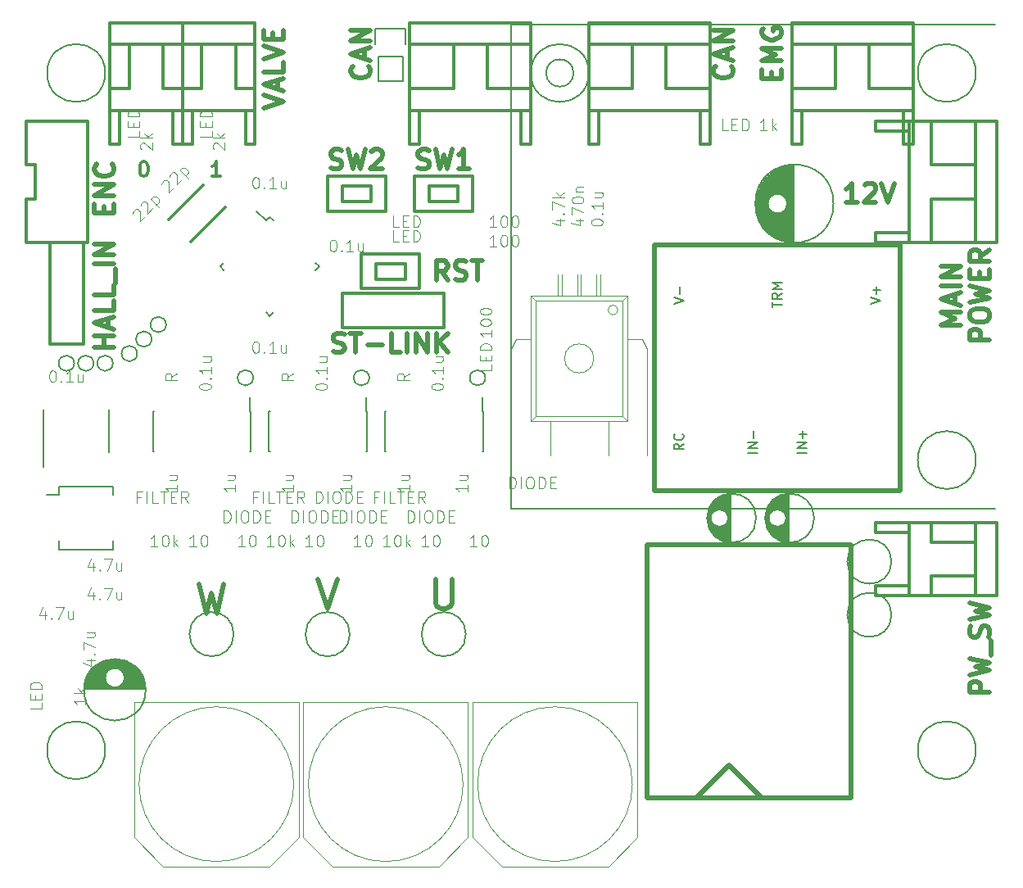
<source format=gbr>
G04 #@! TF.FileFunction,Legend,Top*
%FSLAX46Y46*%
G04 Gerber Fmt 4.6, Leading zero omitted, Abs format (unit mm)*
G04 Created by KiCad (PCBNEW 4.0.6) date 04/15/17 20:26:01*
%MOMM*%
%LPD*%
G01*
G04 APERTURE LIST*
%ADD10C,0.100000*%
%ADD11C,0.500000*%
%ADD12C,0.300000*%
%ADD13C,0.200000*%
%ADD14C,0.150000*%
%ADD15C,0.101600*%
G04 APERTURE END LIST*
D10*
D11*
X96404762Y-31047619D02*
X94404762Y-31047619D01*
X95833333Y-30380952D01*
X94404762Y-29714285D01*
X96404762Y-29714285D01*
X95833333Y-28857143D02*
X95833333Y-27904762D01*
X96404762Y-29047619D02*
X94404762Y-28380952D01*
X96404762Y-27714285D01*
X96404762Y-27047619D02*
X94404762Y-27047619D01*
X96404762Y-26095238D02*
X94404762Y-26095238D01*
X96404762Y-24952380D01*
X94404762Y-24952380D01*
X85761905Y-18404762D02*
X84619047Y-18404762D01*
X85190476Y-18404762D02*
X85190476Y-16404762D01*
X85000000Y-16690476D01*
X84809524Y-16880952D01*
X84619047Y-16976190D01*
X86523809Y-16595238D02*
X86619047Y-16500000D01*
X86809524Y-16404762D01*
X87285714Y-16404762D01*
X87476190Y-16500000D01*
X87571428Y-16595238D01*
X87666667Y-16785714D01*
X87666667Y-16976190D01*
X87571428Y-17261905D01*
X86428571Y-18404762D01*
X87666667Y-18404762D01*
X88238095Y-16404762D02*
X88904762Y-18404762D01*
X89571429Y-16404762D01*
X31595238Y-33809524D02*
X31880953Y-33904762D01*
X32357143Y-33904762D01*
X32547619Y-33809524D01*
X32642857Y-33714286D01*
X32738096Y-33523810D01*
X32738096Y-33333333D01*
X32642857Y-33142857D01*
X32547619Y-33047619D01*
X32357143Y-32952381D01*
X31976191Y-32857143D01*
X31785715Y-32761905D01*
X31690476Y-32666667D01*
X31595238Y-32476190D01*
X31595238Y-32285714D01*
X31690476Y-32095238D01*
X31785715Y-32000000D01*
X31976191Y-31904762D01*
X32452381Y-31904762D01*
X32738096Y-32000000D01*
X33309524Y-31904762D02*
X34452381Y-31904762D01*
X33880953Y-33904762D02*
X33880953Y-31904762D01*
X35119048Y-33142857D02*
X36642858Y-33142857D01*
X38547619Y-33904762D02*
X37595238Y-33904762D01*
X37595238Y-31904762D01*
X39214286Y-33904762D02*
X39214286Y-31904762D01*
X40166667Y-33904762D02*
X40166667Y-31904762D01*
X41309525Y-33904762D01*
X41309525Y-31904762D01*
X42261905Y-33904762D02*
X42261905Y-31904762D01*
X43404763Y-33904762D02*
X42547620Y-32761905D01*
X43404763Y-31904762D02*
X42261905Y-33047619D01*
X43404762Y-26404762D02*
X42738095Y-25452381D01*
X42261904Y-26404762D02*
X42261904Y-24404762D01*
X43023809Y-24404762D01*
X43214285Y-24500000D01*
X43309524Y-24595238D01*
X43404762Y-24785714D01*
X43404762Y-25071429D01*
X43309524Y-25261905D01*
X43214285Y-25357143D01*
X43023809Y-25452381D01*
X42261904Y-25452381D01*
X44166666Y-26309524D02*
X44452381Y-26404762D01*
X44928571Y-26404762D01*
X45119047Y-26309524D01*
X45214285Y-26214286D01*
X45309524Y-26023810D01*
X45309524Y-25833333D01*
X45214285Y-25642857D01*
X45119047Y-25547619D01*
X44928571Y-25452381D01*
X44547619Y-25357143D01*
X44357143Y-25261905D01*
X44261904Y-25166667D01*
X44166666Y-24976190D01*
X44166666Y-24785714D01*
X44261904Y-24595238D01*
X44357143Y-24500000D01*
X44547619Y-24404762D01*
X45023809Y-24404762D01*
X45309524Y-24500000D01*
X45880952Y-24404762D02*
X47023809Y-24404762D01*
X46452381Y-26404762D02*
X46452381Y-24404762D01*
X40333333Y-14809524D02*
X40619048Y-14904762D01*
X41095238Y-14904762D01*
X41285714Y-14809524D01*
X41380952Y-14714286D01*
X41476191Y-14523810D01*
X41476191Y-14333333D01*
X41380952Y-14142857D01*
X41285714Y-14047619D01*
X41095238Y-13952381D01*
X40714286Y-13857143D01*
X40523810Y-13761905D01*
X40428571Y-13666667D01*
X40333333Y-13476190D01*
X40333333Y-13285714D01*
X40428571Y-13095238D01*
X40523810Y-13000000D01*
X40714286Y-12904762D01*
X41190476Y-12904762D01*
X41476191Y-13000000D01*
X42142857Y-12904762D02*
X42619048Y-14904762D01*
X43000000Y-13476190D01*
X43380953Y-14904762D01*
X43857143Y-12904762D01*
X45666667Y-14904762D02*
X44523809Y-14904762D01*
X45095238Y-14904762D02*
X45095238Y-12904762D01*
X44904762Y-13190476D01*
X44714286Y-13380952D01*
X44523809Y-13476190D01*
X31333333Y-14809524D02*
X31619048Y-14904762D01*
X32095238Y-14904762D01*
X32285714Y-14809524D01*
X32380952Y-14714286D01*
X32476191Y-14523810D01*
X32476191Y-14333333D01*
X32380952Y-14142857D01*
X32285714Y-14047619D01*
X32095238Y-13952381D01*
X31714286Y-13857143D01*
X31523810Y-13761905D01*
X31428571Y-13666667D01*
X31333333Y-13476190D01*
X31333333Y-13285714D01*
X31428571Y-13095238D01*
X31523810Y-13000000D01*
X31714286Y-12904762D01*
X32190476Y-12904762D01*
X32476191Y-13000000D01*
X33142857Y-12904762D02*
X33619048Y-14904762D01*
X34000000Y-13476190D01*
X34380953Y-14904762D01*
X34857143Y-12904762D01*
X35523809Y-13095238D02*
X35619047Y-13000000D01*
X35809524Y-12904762D01*
X36285714Y-12904762D01*
X36476190Y-13000000D01*
X36571428Y-13095238D01*
X36666667Y-13285714D01*
X36666667Y-13476190D01*
X36571428Y-13761905D01*
X35428571Y-14904762D01*
X36666667Y-14904762D01*
X17714286Y-57857143D02*
X18428572Y-60857143D01*
X19000001Y-58714286D01*
X19571429Y-60857143D01*
X20285715Y-57857143D01*
X30000000Y-57357143D02*
X31000000Y-60357143D01*
X32000000Y-57357143D01*
X42142858Y-57357143D02*
X42142858Y-59785714D01*
X42285715Y-60071429D01*
X42428572Y-60214286D01*
X42714286Y-60357143D01*
X43285715Y-60357143D01*
X43571429Y-60214286D01*
X43714286Y-60071429D01*
X43857143Y-59785714D01*
X43857143Y-57357143D01*
X7857143Y-19476191D02*
X7857143Y-18809524D01*
X8904762Y-18523810D02*
X8904762Y-19476191D01*
X6904762Y-19476191D01*
X6904762Y-18523810D01*
X8904762Y-17666667D02*
X6904762Y-17666667D01*
X8904762Y-16523809D01*
X6904762Y-16523809D01*
X8714286Y-14428571D02*
X8809524Y-14523809D01*
X8904762Y-14809524D01*
X8904762Y-15000000D01*
X8809524Y-15285714D01*
X8619048Y-15476190D01*
X8428571Y-15571429D01*
X8047619Y-15666667D01*
X7761905Y-15666667D01*
X7380952Y-15571429D01*
X7190476Y-15476190D01*
X7000000Y-15285714D01*
X6904762Y-15000000D01*
X6904762Y-14809524D01*
X7000000Y-14523809D01*
X7095238Y-14428571D01*
X8904762Y-33333334D02*
X6904762Y-33333334D01*
X7857143Y-33333334D02*
X7857143Y-32190476D01*
X8904762Y-32190476D02*
X6904762Y-32190476D01*
X8333333Y-31333334D02*
X8333333Y-30380953D01*
X8904762Y-31523810D02*
X6904762Y-30857143D01*
X8904762Y-30190476D01*
X8904762Y-28571429D02*
X8904762Y-29523810D01*
X6904762Y-29523810D01*
X8904762Y-26952381D02*
X8904762Y-27904762D01*
X6904762Y-27904762D01*
X9095238Y-26761904D02*
X9095238Y-25238094D01*
X8904762Y-24761904D02*
X6904762Y-24761904D01*
X8904762Y-23809523D02*
X6904762Y-23809523D01*
X8904762Y-22666665D01*
X6904762Y-22666665D01*
X99404762Y-69023810D02*
X97404762Y-69023810D01*
X97404762Y-68261905D01*
X97500000Y-68071429D01*
X97595238Y-67976190D01*
X97785714Y-67880952D01*
X98071429Y-67880952D01*
X98261905Y-67976190D01*
X98357143Y-68071429D01*
X98452381Y-68261905D01*
X98452381Y-69023810D01*
X97404762Y-67214286D02*
X99404762Y-66738095D01*
X97976190Y-66357143D01*
X99404762Y-65976190D01*
X97404762Y-65500000D01*
X99595238Y-65214286D02*
X99595238Y-63690476D01*
X99309524Y-63309524D02*
X99404762Y-63023809D01*
X99404762Y-62547619D01*
X99309524Y-62357143D01*
X99214286Y-62261905D01*
X99023810Y-62166666D01*
X98833333Y-62166666D01*
X98642857Y-62261905D01*
X98547619Y-62357143D01*
X98452381Y-62547619D01*
X98357143Y-62928571D01*
X98261905Y-63119047D01*
X98166667Y-63214286D01*
X97976190Y-63309524D01*
X97785714Y-63309524D01*
X97595238Y-63214286D01*
X97500000Y-63119047D01*
X97404762Y-62928571D01*
X97404762Y-62452381D01*
X97500000Y-62166666D01*
X97404762Y-61500000D02*
X99404762Y-61023809D01*
X97976190Y-60642857D01*
X99404762Y-60261904D01*
X97404762Y-59785714D01*
X99404762Y-32619048D02*
X97404762Y-32619048D01*
X97404762Y-31857143D01*
X97500000Y-31666667D01*
X97595238Y-31571428D01*
X97785714Y-31476190D01*
X98071429Y-31476190D01*
X98261905Y-31571428D01*
X98357143Y-31666667D01*
X98452381Y-31857143D01*
X98452381Y-32619048D01*
X97404762Y-30238095D02*
X97404762Y-29857143D01*
X97500000Y-29666667D01*
X97690476Y-29476190D01*
X98071429Y-29380952D01*
X98738095Y-29380952D01*
X99119048Y-29476190D01*
X99309524Y-29666667D01*
X99404762Y-29857143D01*
X99404762Y-30238095D01*
X99309524Y-30428571D01*
X99119048Y-30619048D01*
X98738095Y-30714286D01*
X98071429Y-30714286D01*
X97690476Y-30619048D01*
X97500000Y-30428571D01*
X97404762Y-30238095D01*
X97404762Y-28714286D02*
X99404762Y-28238095D01*
X97976190Y-27857143D01*
X99404762Y-27476190D01*
X97404762Y-27000000D01*
X98357143Y-26238096D02*
X98357143Y-25571429D01*
X99404762Y-25285715D02*
X99404762Y-26238096D01*
X97404762Y-26238096D01*
X97404762Y-25285715D01*
X99404762Y-23285714D02*
X98452381Y-23952381D01*
X99404762Y-24428572D02*
X97404762Y-24428572D01*
X97404762Y-23666667D01*
X97500000Y-23476191D01*
X97595238Y-23380952D01*
X97785714Y-23285714D01*
X98071429Y-23285714D01*
X98261905Y-23380952D01*
X98357143Y-23476191D01*
X98452381Y-23666667D01*
X98452381Y-24428572D01*
X76857143Y-5571429D02*
X76857143Y-4904762D01*
X77904762Y-4619048D02*
X77904762Y-5571429D01*
X75904762Y-5571429D01*
X75904762Y-4619048D01*
X77904762Y-3761905D02*
X75904762Y-3761905D01*
X77333333Y-3095238D01*
X75904762Y-2428571D01*
X77904762Y-2428571D01*
X76000000Y-428571D02*
X75904762Y-619048D01*
X75904762Y-904762D01*
X76000000Y-1190476D01*
X76190476Y-1380952D01*
X76380952Y-1476191D01*
X76761905Y-1571429D01*
X77047619Y-1571429D01*
X77428571Y-1476191D01*
X77619048Y-1380952D01*
X77809524Y-1190476D01*
X77904762Y-904762D01*
X77904762Y-714286D01*
X77809524Y-428571D01*
X77714286Y-333333D01*
X77047619Y-333333D01*
X77047619Y-714286D01*
D12*
X19928572Y-15678571D02*
X19071429Y-15678571D01*
X19500001Y-15678571D02*
X19500001Y-14178571D01*
X19357144Y-14392857D01*
X19214286Y-14535714D01*
X19071429Y-14607143D01*
X11928572Y-14178571D02*
X12071429Y-14178571D01*
X12214286Y-14250000D01*
X12285715Y-14321429D01*
X12357144Y-14464286D01*
X12428572Y-14750000D01*
X12428572Y-15107143D01*
X12357144Y-15392857D01*
X12285715Y-15535714D01*
X12214286Y-15607143D01*
X12071429Y-15678571D01*
X11928572Y-15678571D01*
X11785715Y-15607143D01*
X11714286Y-15535714D01*
X11642858Y-15392857D01*
X11571429Y-15107143D01*
X11571429Y-14750000D01*
X11642858Y-14464286D01*
X11714286Y-14321429D01*
X11785715Y-14250000D01*
X11928572Y-14178571D01*
D11*
X24404762Y-8595239D02*
X26404762Y-7928572D01*
X24404762Y-7261905D01*
X25833333Y-6690477D02*
X25833333Y-5738096D01*
X26404762Y-6880953D02*
X24404762Y-6214286D01*
X26404762Y-5547619D01*
X26404762Y-3928572D02*
X26404762Y-4880953D01*
X24404762Y-4880953D01*
X24404762Y-3547619D02*
X26404762Y-2880952D01*
X24404762Y-2214285D01*
X25357143Y-1547619D02*
X25357143Y-880952D01*
X26404762Y-595238D02*
X26404762Y-1547619D01*
X24404762Y-1547619D01*
X24404762Y-595238D01*
X35214286Y-4285714D02*
X35309524Y-4380952D01*
X35404762Y-4666667D01*
X35404762Y-4857143D01*
X35309524Y-5142857D01*
X35119048Y-5333333D01*
X34928571Y-5428572D01*
X34547619Y-5523810D01*
X34261905Y-5523810D01*
X33880952Y-5428572D01*
X33690476Y-5333333D01*
X33500000Y-5142857D01*
X33404762Y-4857143D01*
X33404762Y-4666667D01*
X33500000Y-4380952D01*
X33595238Y-4285714D01*
X34833333Y-3523810D02*
X34833333Y-2571429D01*
X35404762Y-3714286D02*
X33404762Y-3047619D01*
X35404762Y-2380952D01*
X35404762Y-1714286D02*
X33404762Y-1714286D01*
X35404762Y-571428D01*
X33404762Y-571428D01*
X72714286Y-4285714D02*
X72809524Y-4380952D01*
X72904762Y-4666667D01*
X72904762Y-4857143D01*
X72809524Y-5142857D01*
X72619048Y-5333333D01*
X72428571Y-5428572D01*
X72047619Y-5523810D01*
X71761905Y-5523810D01*
X71380952Y-5428572D01*
X71190476Y-5333333D01*
X71000000Y-5142857D01*
X70904762Y-4857143D01*
X70904762Y-4666667D01*
X71000000Y-4380952D01*
X71095238Y-4285714D01*
X72333333Y-3523810D02*
X72333333Y-2571429D01*
X72904762Y-3714286D02*
X70904762Y-3047619D01*
X72904762Y-2380952D01*
X72904762Y-1714286D02*
X70904762Y-1714286D01*
X72904762Y-571428D01*
X70904762Y-571428D01*
D13*
X58000000Y-5000000D02*
G75*
G03X58000000Y-5000000I-3000000J0D01*
G01*
X98000000Y-45000000D02*
G75*
G03X98000000Y-45000000I-3000000J0D01*
G01*
X98000000Y-5000000D02*
G75*
G03X98000000Y-5000000I-3000000J0D01*
G01*
X98000000Y-75000000D02*
G75*
G03X98000000Y-75000000I-3000000J0D01*
G01*
X8000000Y-75000000D02*
G75*
G03X8000000Y-75000000I-3000000J0D01*
G01*
X8000000Y-5000000D02*
G75*
G03X8000000Y-5000000I-3000000J0D01*
G01*
X56414214Y-5000000D02*
G75*
G03X56414214Y-5000000I-1414214J0D01*
G01*
X50000000Y0D02*
X50000000Y-50000000D01*
X50000000Y0D02*
X100000000Y0D01*
X100000000Y-50000000D02*
X50000000Y-50000000D01*
D11*
X90200000Y-22800000D02*
X64800000Y-22800000D01*
X64800000Y-22800000D02*
X64800000Y-48200000D01*
X64800000Y-48200000D02*
X90200000Y-48200000D01*
X90200000Y-48200000D02*
X90200000Y-22800000D01*
D12*
X18136396Y-16600862D02*
X14600862Y-20136396D01*
X20399138Y-18863604D02*
X16863604Y-22399138D01*
X43000000Y-31300000D02*
X32500000Y-31300000D01*
X32500000Y-31300000D02*
X32500000Y-27800000D01*
X32500000Y-27800000D02*
X43000000Y-27800000D01*
X43000000Y-27800000D02*
X43000000Y-31300000D01*
X5800000Y-22500000D02*
X5800000Y-33000000D01*
X5800000Y-33000000D02*
X2300000Y-33000000D01*
X2300000Y-33000000D02*
X2300000Y-22500000D01*
X2300000Y-22500000D02*
X5800000Y-22500000D01*
D14*
X33286000Y-63000000D02*
G75*
G03X33286000Y-63000000I-2286000J0D01*
G01*
X21286000Y-63000000D02*
G75*
G03X21286000Y-63000000I-2286000J0D01*
G01*
X45286000Y-63000000D02*
G75*
G03X45286000Y-63000000I-2286000J0D01*
G01*
D12*
X39000000Y-24700000D02*
X36000000Y-24700000D01*
X36000000Y-24700000D02*
X36000000Y-26300000D01*
X36000000Y-26300000D02*
X39000000Y-26300000D01*
X39000000Y-26300000D02*
X39000000Y-24700000D01*
X40500000Y-23700000D02*
X34500000Y-23700000D01*
X34500000Y-23700000D02*
X34500000Y-27300000D01*
X34500000Y-27300000D02*
X40500000Y-27300000D01*
X40500000Y-27300000D02*
X40500000Y-23700000D01*
D14*
X25000000Y-19873476D02*
X24628769Y-20244707D01*
X30126524Y-25000000D02*
X29755293Y-25371231D01*
X25000000Y-30126524D02*
X25371231Y-29755293D01*
X19873476Y-25000000D02*
X20244707Y-24628769D01*
X25000000Y-19873476D02*
X25371231Y-20244707D01*
X19873476Y-25000000D02*
X20244707Y-25371231D01*
X25000000Y-30126524D02*
X24628769Y-29755293D01*
X30126524Y-25000000D02*
X29755293Y-24628769D01*
X24628769Y-20244707D02*
X23656497Y-19272435D01*
D10*
X61500000Y-28500000D02*
X61500000Y-40500000D01*
X52500000Y-28500000D02*
X61500000Y-28500000D01*
X61500000Y-28500000D02*
X62000000Y-28000000D01*
X52500000Y-40500000D02*
X52500000Y-28500000D01*
X52500000Y-28500000D02*
X52000000Y-28000000D01*
X52500000Y-40500000D02*
X52000000Y-41000000D01*
X61500000Y-40500000D02*
X52500000Y-40500000D01*
X62000000Y-41000000D02*
X61500000Y-40500000D01*
X50000000Y-33500000D02*
X50000000Y-44500000D01*
X50500000Y-32500000D02*
X52000000Y-32500000D01*
X50500000Y-32500000D02*
X50000000Y-33500000D01*
X64000000Y-33500000D02*
X64000000Y-44500000D01*
X63500000Y-32500000D02*
X62000000Y-32500000D01*
X64000000Y-33500000D02*
X63500000Y-32500000D01*
X61000000Y-29500000D02*
G75*
G03X61000000Y-29500000I-500000J0D01*
G01*
X58500000Y-34500000D02*
G75*
G03X58500000Y-34500000I-1500000J0D01*
G01*
X54800000Y-28000000D02*
X54800000Y-25800000D01*
X55200000Y-28000000D02*
X55200000Y-25800000D01*
X58800000Y-28000000D02*
X58800000Y-25800000D01*
X59200000Y-28000000D02*
X59200000Y-25800000D01*
X56800000Y-28000000D02*
X56800000Y-25800000D01*
X57200000Y-28000000D02*
X57200000Y-25800000D01*
X54000000Y-44500000D02*
X54000000Y-41000000D01*
X60000000Y-44500000D02*
X60000000Y-41000000D01*
X52000000Y-28000000D02*
X62000000Y-28000000D01*
X62000000Y-41000000D02*
X52000000Y-41000000D01*
X62000000Y-41000000D02*
X62000000Y-28000000D01*
X52000000Y-41000000D02*
X52000000Y-28000000D01*
D14*
X35075000Y-39925000D02*
X34970000Y-39925000D01*
X35075000Y-44075000D02*
X34970000Y-44075000D01*
X24925000Y-44075000D02*
X25030000Y-44075000D01*
X24925000Y-39925000D02*
X25030000Y-39925000D01*
X35075000Y-39925000D02*
X35075000Y-44075000D01*
X24925000Y-39925000D02*
X24925000Y-44075000D01*
X34970000Y-39925000D02*
X34970000Y-38550000D01*
X23075000Y-39925000D02*
X22970000Y-39925000D01*
X23075000Y-44075000D02*
X22970000Y-44075000D01*
X12925000Y-44075000D02*
X13030000Y-44075000D01*
X12925000Y-39925000D02*
X13030000Y-39925000D01*
X23075000Y-39925000D02*
X23075000Y-44075000D01*
X12925000Y-39925000D02*
X12925000Y-44075000D01*
X22970000Y-39925000D02*
X22970000Y-38550000D01*
X47075000Y-39925000D02*
X46970000Y-39925000D01*
X47075000Y-44075000D02*
X46970000Y-44075000D01*
X36925000Y-44075000D02*
X37030000Y-44075000D01*
X36925000Y-39925000D02*
X37030000Y-39925000D01*
X47075000Y-39925000D02*
X47075000Y-44075000D01*
X36925000Y-39925000D02*
X36925000Y-44075000D01*
X46970000Y-39925000D02*
X46970000Y-38550000D01*
X3225000Y-47725000D02*
X3225000Y-48625000D01*
X8775000Y-47725000D02*
X8775000Y-48625000D01*
X8775000Y-54275000D02*
X8775000Y-53375000D01*
X3225000Y-54275000D02*
X3225000Y-53375000D01*
X3225000Y-47725000D02*
X8775000Y-47725000D01*
X3225000Y-54275000D02*
X8775000Y-54275000D01*
X3225000Y-48625000D02*
X1950000Y-48625000D01*
X5851000Y-68675000D02*
X12149000Y-68675000D01*
X5857000Y-68535000D02*
X12143000Y-68535000D01*
X5870000Y-68395000D02*
X8554000Y-68395000D01*
X9446000Y-68395000D02*
X12130000Y-68395000D01*
X5889000Y-68255000D02*
X8344000Y-68255000D01*
X9656000Y-68255000D02*
X12111000Y-68255000D01*
X5915000Y-68115000D02*
X8211000Y-68115000D01*
X9789000Y-68115000D02*
X12085000Y-68115000D01*
X5947000Y-67975000D02*
X8120000Y-67975000D01*
X9880000Y-67975000D02*
X12053000Y-67975000D01*
X5986000Y-67835000D02*
X8058000Y-67835000D01*
X9942000Y-67835000D02*
X12014000Y-67835000D01*
X6032000Y-67695000D02*
X8019000Y-67695000D01*
X9981000Y-67695000D02*
X11968000Y-67695000D01*
X6085000Y-67555000D02*
X8002000Y-67555000D01*
X9998000Y-67555000D02*
X11915000Y-67555000D01*
X6147000Y-67415000D02*
X8004000Y-67415000D01*
X9996000Y-67415000D02*
X11853000Y-67415000D01*
X6217000Y-67275000D02*
X8026000Y-67275000D01*
X9974000Y-67275000D02*
X11783000Y-67275000D01*
X6296000Y-67135000D02*
X8069000Y-67135000D01*
X9931000Y-67135000D02*
X11704000Y-67135000D01*
X6384000Y-66995000D02*
X8137000Y-66995000D01*
X9863000Y-66995000D02*
X11616000Y-66995000D01*
X6484000Y-66855000D02*
X8236000Y-66855000D01*
X9764000Y-66855000D02*
X11516000Y-66855000D01*
X6596000Y-66715000D02*
X8381000Y-66715000D01*
X9619000Y-66715000D02*
X11404000Y-66715000D01*
X6721000Y-66575000D02*
X8620000Y-66575000D01*
X9380000Y-66575000D02*
X11279000Y-66575000D01*
X6864000Y-66435000D02*
X11136000Y-66435000D01*
X7026000Y-66295000D02*
X10974000Y-66295000D01*
X7214000Y-66155000D02*
X10786000Y-66155000D01*
X7437000Y-66015000D02*
X10563000Y-66015000D01*
X7713000Y-65875000D02*
X10287000Y-65875000D01*
X8088000Y-65735000D02*
X9912000Y-65735000D01*
X10000000Y-67500000D02*
G75*
G03X10000000Y-67500000I-1000000J0D01*
G01*
X12187500Y-68750000D02*
G75*
G03X12187500Y-68750000I-3187500J0D01*
G01*
X38770000Y-3270000D02*
X38770000Y-5810000D01*
X39050000Y-450000D02*
X39050000Y-2000000D01*
X38770000Y-3270000D02*
X36230000Y-3270000D01*
X35950000Y-2000000D02*
X35950000Y-450000D01*
X35950000Y-450000D02*
X39050000Y-450000D01*
X36230000Y-3270000D02*
X36230000Y-5810000D01*
X36230000Y-5810000D02*
X38770000Y-5810000D01*
D12*
X44500000Y-16700000D02*
X41500000Y-16700000D01*
X41500000Y-16700000D02*
X41500000Y-18300000D01*
X41500000Y-18300000D02*
X44500000Y-18300000D01*
X44500000Y-18300000D02*
X44500000Y-16700000D01*
X46000000Y-15700000D02*
X40000000Y-15700000D01*
X40000000Y-15700000D02*
X40000000Y-19300000D01*
X40000000Y-19300000D02*
X46000000Y-19300000D01*
X46000000Y-19300000D02*
X46000000Y-15700000D01*
X35500000Y-16700000D02*
X32500000Y-16700000D01*
X32500000Y-16700000D02*
X32500000Y-18300000D01*
X32500000Y-18300000D02*
X35500000Y-18300000D01*
X35500000Y-18300000D02*
X35500000Y-16700000D01*
X37000000Y-15700000D02*
X31000000Y-15700000D01*
X31000000Y-15700000D02*
X31000000Y-19300000D01*
X31000000Y-19300000D02*
X37000000Y-19300000D01*
X37000000Y-19300000D02*
X37000000Y-15700000D01*
D14*
X14303219Y-31000000D02*
G75*
G03X14303219Y-31000000I-803219J0D01*
G01*
X12803219Y-32500000D02*
G75*
G03X12803219Y-32500000I-803219J0D01*
G01*
X11303219Y-34000000D02*
G75*
G03X11303219Y-34000000I-803219J0D01*
G01*
X4803219Y-35000000D02*
G75*
G03X4803219Y-35000000I-803219J0D01*
G01*
X6803219Y-35000000D02*
G75*
G03X6803219Y-35000000I-803219J0D01*
G01*
X8803219Y-35000000D02*
G75*
G03X8803219Y-35000000I-803219J0D01*
G01*
X35303219Y-36500000D02*
G75*
G03X35303219Y-36500000I-803219J0D01*
G01*
X23303219Y-36500000D02*
G75*
G03X23303219Y-36500000I-803219J0D01*
G01*
X47303219Y-36500000D02*
G75*
G03X47303219Y-36500000I-803219J0D01*
G01*
X89286000Y-55500000D02*
G75*
G03X89286000Y-55500000I-2286000J0D01*
G01*
X89286000Y-61000000D02*
G75*
G03X89286000Y-61000000I-2286000J0D01*
G01*
D11*
X72500000Y-76500000D02*
X69100000Y-79900000D01*
X72500000Y-76500000D02*
X75900000Y-79900000D01*
X85100000Y-53800000D02*
X64000000Y-53800000D01*
X78500000Y-79900000D02*
X64000000Y-79900000D01*
X64000000Y-79900000D02*
X64000000Y-53800000D01*
X85100000Y-79900000D02*
X85100000Y-53800000D01*
X78500000Y-79900000D02*
X85100000Y-79900000D01*
D12*
X79000000Y200000D02*
X91500000Y200000D01*
X79000000Y-12400000D02*
X79000000Y200000D01*
X80000000Y-8900000D02*
X80000000Y-12400000D01*
X80000000Y-12400000D02*
X79000000Y-12400000D01*
X91500000Y-8900000D02*
X79000000Y-8900000D01*
X83500000Y-6600000D02*
X83500000Y-2000000D01*
X83500000Y-6600000D02*
X79000000Y-6600000D01*
X87000000Y-2000000D02*
X87000000Y-6600000D01*
X87000000Y-6600000D02*
X91500000Y-6600000D01*
X91500000Y-2000000D02*
X79000000Y-2000000D01*
X91500000Y-12400000D02*
X91500000Y200000D01*
X91500000Y-12400000D02*
X90500000Y-12400000D01*
X90500000Y-12400000D02*
X90500000Y-8900000D01*
D14*
X79175000Y-22499000D02*
X79175000Y-14501000D01*
X79035000Y-22494000D02*
X79035000Y-14506000D01*
X78895000Y-22484000D02*
X78895000Y-14516000D01*
X78755000Y-22469000D02*
X78755000Y-14531000D01*
X78615000Y-22449000D02*
X78615000Y-14551000D01*
X78475000Y-22424000D02*
X78475000Y-18722000D01*
X78475000Y-18278000D02*
X78475000Y-14576000D01*
X78335000Y-22394000D02*
X78335000Y-19050000D01*
X78335000Y-17950000D02*
X78335000Y-14606000D01*
X78195000Y-22358000D02*
X78195000Y-19219000D01*
X78195000Y-17781000D02*
X78195000Y-14642000D01*
X78055000Y-22317000D02*
X78055000Y-19332000D01*
X78055000Y-17668000D02*
X78055000Y-14683000D01*
X77915000Y-22271000D02*
X77915000Y-19410000D01*
X77915000Y-17590000D02*
X77915000Y-14729000D01*
X77775000Y-22218000D02*
X77775000Y-19461000D01*
X77775000Y-17539000D02*
X77775000Y-14782000D01*
X77635000Y-22159000D02*
X77635000Y-19491000D01*
X77635000Y-17509000D02*
X77635000Y-14841000D01*
X77495000Y-22094000D02*
X77495000Y-19500000D01*
X77495000Y-17500000D02*
X77495000Y-14906000D01*
X77355000Y-22023000D02*
X77355000Y-19489000D01*
X77355000Y-17511000D02*
X77355000Y-14977000D01*
X77215000Y-21944000D02*
X77215000Y-19459000D01*
X77215000Y-17541000D02*
X77215000Y-15056000D01*
X77075000Y-21857000D02*
X77075000Y-19405000D01*
X77075000Y-17595000D02*
X77075000Y-15143000D01*
X76935000Y-21762000D02*
X76935000Y-19325000D01*
X76935000Y-17675000D02*
X76935000Y-15238000D01*
X76795000Y-21658000D02*
X76795000Y-19209000D01*
X76795000Y-17791000D02*
X76795000Y-15342000D01*
X76655000Y-21544000D02*
X76655000Y-19035000D01*
X76655000Y-17965000D02*
X76655000Y-15456000D01*
X76515000Y-21419000D02*
X76515000Y-18673000D01*
X76515000Y-18327000D02*
X76515000Y-15581000D01*
X76375000Y-21281000D02*
X76375000Y-15719000D01*
X76235000Y-21129000D02*
X76235000Y-15871000D01*
X76095000Y-20959000D02*
X76095000Y-16041000D01*
X75955000Y-20768000D02*
X75955000Y-16232000D01*
X75815000Y-20550000D02*
X75815000Y-16450000D01*
X75675000Y-20294000D02*
X75675000Y-16706000D01*
X75535000Y-19983000D02*
X75535000Y-17017000D01*
X75395000Y-19567000D02*
X75395000Y-17433000D01*
X75255000Y-18700000D02*
X75255000Y-18300000D01*
X78500000Y-18500000D02*
G75*
G03X78500000Y-18500000I-1000000J0D01*
G01*
X83287500Y-18500000D02*
G75*
G03X83287500Y-18500000I-4037500J0D01*
G01*
X78675000Y-53499000D02*
X78675000Y-48501000D01*
X78535000Y-53491000D02*
X78535000Y-48509000D01*
X78395000Y-53475000D02*
X78395000Y-51095000D01*
X78395000Y-50905000D02*
X78395000Y-48525000D01*
X78255000Y-53451000D02*
X78255000Y-51490000D01*
X78255000Y-50510000D02*
X78255000Y-48549000D01*
X78115000Y-53418000D02*
X78115000Y-51657000D01*
X78115000Y-50343000D02*
X78115000Y-48582000D01*
X77975000Y-53377000D02*
X77975000Y-51764000D01*
X77975000Y-50236000D02*
X77975000Y-48623000D01*
X77835000Y-53327000D02*
X77835000Y-51835000D01*
X77835000Y-50165000D02*
X77835000Y-48673000D01*
X77695000Y-53266000D02*
X77695000Y-51879000D01*
X77695000Y-50121000D02*
X77695000Y-48734000D01*
X77555000Y-53196000D02*
X77555000Y-51898000D01*
X77555000Y-50102000D02*
X77555000Y-48804000D01*
X77415000Y-53114000D02*
X77415000Y-51896000D01*
X77415000Y-50104000D02*
X77415000Y-48886000D01*
X77275000Y-53019000D02*
X77275000Y-51871000D01*
X77275000Y-50129000D02*
X77275000Y-48981000D01*
X77135000Y-52908000D02*
X77135000Y-51823000D01*
X77135000Y-50177000D02*
X77135000Y-49092000D01*
X76995000Y-52780000D02*
X76995000Y-51745000D01*
X76995000Y-50255000D02*
X76995000Y-49220000D01*
X76855000Y-52631000D02*
X76855000Y-51628000D01*
X76855000Y-50372000D02*
X76855000Y-49369000D01*
X76715000Y-52452000D02*
X76715000Y-51440000D01*
X76715000Y-50560000D02*
X76715000Y-49548000D01*
X76575000Y-52233000D02*
X76575000Y-49767000D01*
X76435000Y-51944000D02*
X76435000Y-50056000D01*
X76295000Y-51472000D02*
X76295000Y-50528000D01*
X78400000Y-51000000D02*
G75*
G03X78400000Y-51000000I-900000J0D01*
G01*
X81287500Y-51000000D02*
G75*
G03X81287500Y-51000000I-2537500J0D01*
G01*
X72675000Y-53499000D02*
X72675000Y-48501000D01*
X72535000Y-53491000D02*
X72535000Y-48509000D01*
X72395000Y-53475000D02*
X72395000Y-51095000D01*
X72395000Y-50905000D02*
X72395000Y-48525000D01*
X72255000Y-53451000D02*
X72255000Y-51490000D01*
X72255000Y-50510000D02*
X72255000Y-48549000D01*
X72115000Y-53418000D02*
X72115000Y-51657000D01*
X72115000Y-50343000D02*
X72115000Y-48582000D01*
X71975000Y-53377000D02*
X71975000Y-51764000D01*
X71975000Y-50236000D02*
X71975000Y-48623000D01*
X71835000Y-53327000D02*
X71835000Y-51835000D01*
X71835000Y-50165000D02*
X71835000Y-48673000D01*
X71695000Y-53266000D02*
X71695000Y-51879000D01*
X71695000Y-50121000D02*
X71695000Y-48734000D01*
X71555000Y-53196000D02*
X71555000Y-51898000D01*
X71555000Y-50102000D02*
X71555000Y-48804000D01*
X71415000Y-53114000D02*
X71415000Y-51896000D01*
X71415000Y-50104000D02*
X71415000Y-48886000D01*
X71275000Y-53019000D02*
X71275000Y-51871000D01*
X71275000Y-50129000D02*
X71275000Y-48981000D01*
X71135000Y-52908000D02*
X71135000Y-51823000D01*
X71135000Y-50177000D02*
X71135000Y-49092000D01*
X70995000Y-52780000D02*
X70995000Y-51745000D01*
X70995000Y-50255000D02*
X70995000Y-49220000D01*
X70855000Y-52631000D02*
X70855000Y-51628000D01*
X70855000Y-50372000D02*
X70855000Y-49369000D01*
X70715000Y-52452000D02*
X70715000Y-51440000D01*
X70715000Y-50560000D02*
X70715000Y-49548000D01*
X70575000Y-52233000D02*
X70575000Y-49767000D01*
X70435000Y-51944000D02*
X70435000Y-50056000D01*
X70295000Y-51472000D02*
X70295000Y-50528000D01*
X72400000Y-51000000D02*
G75*
G03X72400000Y-51000000I-900000J0D01*
G01*
X75287500Y-51000000D02*
G75*
G03X75287500Y-51000000I-2537500J0D01*
G01*
D12*
X39500000Y200000D02*
X52000000Y200000D01*
X39500000Y-12400000D02*
X39500000Y200000D01*
X40500000Y-8900000D02*
X40500000Y-12400000D01*
X40500000Y-12400000D02*
X39500000Y-12400000D01*
X52000000Y-8900000D02*
X39500000Y-8900000D01*
X44000000Y-6600000D02*
X44000000Y-2000000D01*
X44000000Y-6600000D02*
X39500000Y-6600000D01*
X47500000Y-2000000D02*
X47500000Y-6600000D01*
X47500000Y-6600000D02*
X52000000Y-6600000D01*
X52000000Y-2000000D02*
X39500000Y-2000000D01*
X52000000Y-12400000D02*
X52000000Y200000D01*
X52000000Y-12400000D02*
X51000000Y-12400000D01*
X51000000Y-12400000D02*
X51000000Y-8900000D01*
X58000000Y200000D02*
X70500000Y200000D01*
X58000000Y-12400000D02*
X58000000Y200000D01*
X59000000Y-8900000D02*
X59000000Y-12400000D01*
X59000000Y-12400000D02*
X58000000Y-12400000D01*
X70500000Y-8900000D02*
X58000000Y-8900000D01*
X62500000Y-6600000D02*
X62500000Y-2000000D01*
X62500000Y-6600000D02*
X58000000Y-6600000D01*
X66000000Y-2000000D02*
X66000000Y-6600000D01*
X66000000Y-6600000D02*
X70500000Y-6600000D01*
X70500000Y-2000000D02*
X58000000Y-2000000D01*
X70500000Y-12400000D02*
X70500000Y200000D01*
X70500000Y-12400000D02*
X69500000Y-12400000D01*
X69500000Y-12400000D02*
X69500000Y-8900000D01*
X100200000Y-10000000D02*
X100200000Y-22500000D01*
X87600000Y-10000000D02*
X100200000Y-10000000D01*
X91100000Y-11000000D02*
X87600000Y-11000000D01*
X87600000Y-11000000D02*
X87600000Y-10000000D01*
X91100000Y-22500000D02*
X91100000Y-10000000D01*
X93400000Y-14500000D02*
X98000000Y-14500000D01*
X93400000Y-14500000D02*
X93400000Y-10000000D01*
X98000000Y-18000000D02*
X93400000Y-18000000D01*
X93400000Y-18000000D02*
X93400000Y-22500000D01*
X98000000Y-22500000D02*
X98000000Y-10000000D01*
X87600000Y-22500000D02*
X100200000Y-22500000D01*
X87600000Y-22500000D02*
X87600000Y-21500000D01*
X87600000Y-21500000D02*
X91100000Y-21500000D01*
X-200000Y-10000000D02*
X-200000Y-14500000D01*
X-200000Y-14500000D02*
X800000Y-14500000D01*
X800000Y-14500000D02*
X800000Y-18000000D01*
X800000Y-18000000D02*
X-200000Y-18000000D01*
X-200000Y-18000000D02*
X-200000Y-22500000D01*
X6200000Y-22500000D02*
X6200000Y-10000000D01*
X-200000Y-22500000D02*
X6200000Y-22500000D01*
X6200000Y-10000000D02*
X-200000Y-10000000D01*
D10*
X46000000Y-84000000D02*
X46000000Y-70000000D01*
X63000000Y-84000000D02*
X63000000Y-70000000D01*
X49000000Y-87000000D02*
X60000000Y-87000000D01*
X60000000Y-87000000D02*
X63000000Y-84000000D01*
X49000000Y-87000000D02*
X46000000Y-84000000D01*
X46000000Y-70000000D02*
X63000000Y-70000000D01*
X62500000Y-78500000D02*
G75*
G03X62500000Y-78500000I-8000000J0D01*
G01*
X28500000Y-84000000D02*
X28500000Y-70000000D01*
X45500000Y-84000000D02*
X45500000Y-70000000D01*
X31500000Y-87000000D02*
X42500000Y-87000000D01*
X42500000Y-87000000D02*
X45500000Y-84000000D01*
X31500000Y-87000000D02*
X28500000Y-84000000D01*
X28500000Y-70000000D02*
X45500000Y-70000000D01*
X45000000Y-78500000D02*
G75*
G03X45000000Y-78500000I-8000000J0D01*
G01*
X11000000Y-84000000D02*
X11000000Y-70000000D01*
X28000000Y-84000000D02*
X28000000Y-70000000D01*
X14000000Y-87000000D02*
X25000000Y-87000000D01*
X25000000Y-87000000D02*
X28000000Y-84000000D01*
X14000000Y-87000000D02*
X11000000Y-84000000D01*
X11000000Y-70000000D02*
X28000000Y-70000000D01*
X27500000Y-78500000D02*
G75*
G03X27500000Y-78500000I-8000000J0D01*
G01*
D14*
X8375000Y-44225000D02*
X8375000Y-39775000D01*
X1625000Y-45750000D02*
X1625000Y-39775000D01*
D12*
X87600000Y-58000000D02*
X87600000Y-59000000D01*
X87600000Y-51500000D02*
X87600000Y-52500000D01*
X87600000Y-52500000D02*
X91100000Y-52500000D01*
X87600000Y-58000000D02*
X91100000Y-58000000D01*
X93400000Y-53500000D02*
X93400000Y-51500000D01*
X93400000Y-57000000D02*
X93400000Y-59000000D01*
X93400000Y-53500000D02*
X98000000Y-53500000D01*
X93400000Y-57000000D02*
X98000000Y-57000000D01*
X91100000Y-59000000D02*
X91100000Y-51500000D01*
X98000000Y-59000000D02*
X98000000Y-51500000D01*
X100200000Y-59000000D02*
X100200000Y-51500000D01*
X87600000Y-51500000D02*
X100200000Y-51500000D01*
X87600000Y-59000000D02*
X100200000Y-59000000D01*
X15000000Y-12400000D02*
X16000000Y-12400000D01*
X8500000Y-12400000D02*
X9500000Y-12400000D01*
X9500000Y-12400000D02*
X9500000Y-8900000D01*
X15000000Y-12400000D02*
X15000000Y-8900000D01*
X10500000Y-6600000D02*
X8500000Y-6600000D01*
X14000000Y-6600000D02*
X16000000Y-6600000D01*
X10500000Y-6600000D02*
X10500000Y-2000000D01*
X14000000Y-6600000D02*
X14000000Y-2000000D01*
X16000000Y-8900000D02*
X8500000Y-8900000D01*
X16000000Y-2000000D02*
X8500000Y-2000000D01*
X16000000Y200000D02*
X8500000Y200000D01*
X8500000Y-12400000D02*
X8500000Y200000D01*
X16000000Y-12400000D02*
X16000000Y200000D01*
X22500000Y-12400000D02*
X23500000Y-12400000D01*
X16000000Y-12400000D02*
X17000000Y-12400000D01*
X17000000Y-12400000D02*
X17000000Y-8900000D01*
X22500000Y-12400000D02*
X22500000Y-8900000D01*
X18000000Y-6600000D02*
X16000000Y-6600000D01*
X21500000Y-6600000D02*
X23500000Y-6600000D01*
X18000000Y-6600000D02*
X18000000Y-2000000D01*
X21500000Y-6600000D02*
X21500000Y-2000000D01*
X23500000Y-8900000D02*
X16000000Y-8900000D01*
X23500000Y-2000000D02*
X16000000Y-2000000D01*
X23500000Y200000D02*
X16000000Y200000D01*
X16000000Y-12400000D02*
X16000000Y200000D01*
X23500000Y-12400000D02*
X23500000Y200000D01*
D14*
X67792381Y-43310476D02*
X67316190Y-43643810D01*
X67792381Y-43881905D02*
X66792381Y-43881905D01*
X66792381Y-43500952D01*
X66840000Y-43405714D01*
X66887619Y-43358095D01*
X66982857Y-43310476D01*
X67125714Y-43310476D01*
X67220952Y-43358095D01*
X67268571Y-43405714D01*
X67316190Y-43500952D01*
X67316190Y-43881905D01*
X67697143Y-42310476D02*
X67744762Y-42358095D01*
X67792381Y-42500952D01*
X67792381Y-42596190D01*
X67744762Y-42739048D01*
X67649524Y-42834286D01*
X67554286Y-42881905D01*
X67363810Y-42929524D01*
X67220952Y-42929524D01*
X67030476Y-42881905D01*
X66935238Y-42834286D01*
X66840000Y-42739048D01*
X66792381Y-42596190D01*
X66792381Y-42500952D01*
X66840000Y-42358095D01*
X66887619Y-42310476D01*
X75412381Y-44262857D02*
X74412381Y-44262857D01*
X75412381Y-43786667D02*
X74412381Y-43786667D01*
X75412381Y-43215238D01*
X74412381Y-43215238D01*
X75031429Y-42739048D02*
X75031429Y-41977143D01*
X80492381Y-44262857D02*
X79492381Y-44262857D01*
X80492381Y-43786667D02*
X79492381Y-43786667D01*
X80492381Y-43215238D01*
X79492381Y-43215238D01*
X80111429Y-42739048D02*
X80111429Y-41977143D01*
X80492381Y-42358095D02*
X79730476Y-42358095D01*
X66792381Y-28832381D02*
X67792381Y-28499048D01*
X66792381Y-28165714D01*
X67411429Y-27832381D02*
X67411429Y-27070476D01*
X76952381Y-29237143D02*
X76952381Y-28665714D01*
X77952381Y-28951429D02*
X76952381Y-28951429D01*
X77952381Y-27760952D02*
X77476190Y-28094286D01*
X77952381Y-28332381D02*
X76952381Y-28332381D01*
X76952381Y-27951428D01*
X77000000Y-27856190D01*
X77047619Y-27808571D01*
X77142857Y-27760952D01*
X77285714Y-27760952D01*
X77380952Y-27808571D01*
X77428571Y-27856190D01*
X77476190Y-27951428D01*
X77476190Y-28332381D01*
X77952381Y-27332381D02*
X76952381Y-27332381D01*
X77666667Y-26999047D01*
X76952381Y-26665714D01*
X77952381Y-26665714D01*
X87112381Y-28832381D02*
X88112381Y-28499048D01*
X87112381Y-28165714D01*
X87731429Y-27832381D02*
X87731429Y-27070476D01*
X88112381Y-27451428D02*
X87350476Y-27451428D01*
D15*
X1804333Y-60638214D02*
X1804333Y-61442548D01*
X1517071Y-60178595D02*
X1229810Y-61040381D01*
X1976690Y-61040381D01*
X2436310Y-61327643D02*
X2493762Y-61385095D01*
X2436310Y-61442548D01*
X2378858Y-61385095D01*
X2436310Y-61327643D01*
X2436310Y-61442548D01*
X2895929Y-60236048D02*
X3700262Y-60236048D01*
X3183191Y-61442548D01*
X4676953Y-60638214D02*
X4676953Y-61442548D01*
X4159882Y-60638214D02*
X4159882Y-61270190D01*
X4217334Y-61385095D01*
X4332239Y-61442548D01*
X4504596Y-61442548D01*
X4619501Y-61385095D01*
X4676953Y-61327643D01*
X13850001Y-16525000D02*
X13850001Y-16443751D01*
X13890626Y-16321876D01*
X14093751Y-16118751D01*
X14215625Y-16078126D01*
X14296875Y-16078126D01*
X14418750Y-16118751D01*
X14500000Y-16200001D01*
X14581250Y-16362501D01*
X14581250Y-17337500D01*
X15109375Y-16809376D01*
X14662500Y-15712501D02*
X14662500Y-15631251D01*
X14703126Y-15509376D01*
X14906251Y-15306251D01*
X15028125Y-15265627D01*
X15109375Y-15265626D01*
X15231250Y-15306251D01*
X15312500Y-15387502D01*
X15393750Y-15550001D01*
X15393750Y-16525001D01*
X15921874Y-15996876D01*
X15718749Y-15062501D02*
X16571874Y-15915625D01*
X15759375Y-15103127D02*
X15800000Y-14981251D01*
X15962499Y-14818751D01*
X16084375Y-14778127D01*
X16165624Y-14778127D01*
X16287499Y-14818751D01*
X16531249Y-15062501D01*
X16571874Y-15184377D01*
X16571874Y-15265626D01*
X16531249Y-15387502D01*
X16368750Y-15550001D01*
X16246874Y-15590626D01*
X10850001Y-19525000D02*
X10850001Y-19443751D01*
X10890626Y-19321876D01*
X11093751Y-19118751D01*
X11215625Y-19078126D01*
X11296875Y-19078126D01*
X11418750Y-19118751D01*
X11500000Y-19200001D01*
X11581250Y-19362501D01*
X11581250Y-20337500D01*
X12109375Y-19809376D01*
X11662500Y-18712501D02*
X11662500Y-18631251D01*
X11703126Y-18509376D01*
X11906251Y-18306251D01*
X12028125Y-18265627D01*
X12109375Y-18265626D01*
X12231250Y-18306251D01*
X12312500Y-18387502D01*
X12393750Y-18550001D01*
X12393750Y-19525001D01*
X12921874Y-18996876D01*
X12718749Y-18062501D02*
X13571874Y-18915625D01*
X12759375Y-18103127D02*
X12800000Y-17981251D01*
X12962499Y-17818751D01*
X13084375Y-17778127D01*
X13165624Y-17778127D01*
X13287499Y-17818751D01*
X13531249Y-18062501D01*
X13571874Y-18184377D01*
X13571874Y-18265626D01*
X13531249Y-18387502D01*
X13368750Y-18550001D01*
X13246874Y-18590626D01*
X17736048Y-37482929D02*
X17736048Y-37368024D01*
X17793500Y-37253119D01*
X17850952Y-37195667D01*
X17965857Y-37138214D01*
X18195667Y-37080762D01*
X18482929Y-37080762D01*
X18712738Y-37138214D01*
X18827643Y-37195667D01*
X18885095Y-37253119D01*
X18942548Y-37368024D01*
X18942548Y-37482929D01*
X18885095Y-37597833D01*
X18827643Y-37655286D01*
X18712738Y-37712738D01*
X18482929Y-37770190D01*
X18195667Y-37770190D01*
X17965857Y-37712738D01*
X17850952Y-37655286D01*
X17793500Y-37597833D01*
X17736048Y-37482929D01*
X18827643Y-36563690D02*
X18885095Y-36506238D01*
X18942548Y-36563690D01*
X18885095Y-36621142D01*
X18827643Y-36563690D01*
X18942548Y-36563690D01*
X18942548Y-35357190D02*
X18942548Y-36046618D01*
X18942548Y-35701904D02*
X17736048Y-35701904D01*
X17908405Y-35816809D01*
X18023310Y-35931714D01*
X18080762Y-36046618D01*
X18138214Y-34323047D02*
X18942548Y-34323047D01*
X18138214Y-34840118D02*
X18770190Y-34840118D01*
X18885095Y-34782666D01*
X18942548Y-34667761D01*
X18942548Y-34495404D01*
X18885095Y-34380499D01*
X18827643Y-34323047D01*
X41736048Y-37482929D02*
X41736048Y-37368024D01*
X41793500Y-37253119D01*
X41850952Y-37195667D01*
X41965857Y-37138214D01*
X42195667Y-37080762D01*
X42482929Y-37080762D01*
X42712738Y-37138214D01*
X42827643Y-37195667D01*
X42885095Y-37253119D01*
X42942548Y-37368024D01*
X42942548Y-37482929D01*
X42885095Y-37597833D01*
X42827643Y-37655286D01*
X42712738Y-37712738D01*
X42482929Y-37770190D01*
X42195667Y-37770190D01*
X41965857Y-37712738D01*
X41850952Y-37655286D01*
X41793500Y-37597833D01*
X41736048Y-37482929D01*
X42827643Y-36563690D02*
X42885095Y-36506238D01*
X42942548Y-36563690D01*
X42885095Y-36621142D01*
X42827643Y-36563690D01*
X42942548Y-36563690D01*
X42942548Y-35357190D02*
X42942548Y-36046618D01*
X42942548Y-35701904D02*
X41736048Y-35701904D01*
X41908405Y-35816809D01*
X42023310Y-35931714D01*
X42080762Y-36046618D01*
X42138214Y-34323047D02*
X42942548Y-34323047D01*
X42138214Y-34840118D02*
X42770190Y-34840118D01*
X42885095Y-34782666D01*
X42942548Y-34667761D01*
X42942548Y-34495404D01*
X42885095Y-34380499D01*
X42827643Y-34323047D01*
X33442548Y-47580762D02*
X33442548Y-48270190D01*
X33442548Y-47925476D02*
X32236048Y-47925476D01*
X32408405Y-48040381D01*
X32523310Y-48155286D01*
X32580762Y-48270190D01*
X32638214Y-46546619D02*
X33442548Y-46546619D01*
X32638214Y-47063690D02*
X33270190Y-47063690D01*
X33385095Y-47006238D01*
X33442548Y-46891333D01*
X33442548Y-46718976D01*
X33385095Y-46604071D01*
X33327643Y-46546619D01*
X27442548Y-47580762D02*
X27442548Y-48270190D01*
X27442548Y-47925476D02*
X26236048Y-47925476D01*
X26408405Y-48040381D01*
X26523310Y-48155286D01*
X26580762Y-48270190D01*
X26638214Y-46546619D02*
X27442548Y-46546619D01*
X26638214Y-47063690D02*
X27270190Y-47063690D01*
X27385095Y-47006238D01*
X27442548Y-46891333D01*
X27442548Y-46718976D01*
X27385095Y-46604071D01*
X27327643Y-46546619D01*
X6138214Y-65695667D02*
X6942548Y-65695667D01*
X5678595Y-65982929D02*
X6540381Y-66270190D01*
X6540381Y-65523310D01*
X6827643Y-65063690D02*
X6885095Y-65006238D01*
X6942548Y-65063690D01*
X6885095Y-65121142D01*
X6827643Y-65063690D01*
X6942548Y-65063690D01*
X5736048Y-64604071D02*
X5736048Y-63799738D01*
X6942548Y-64316809D01*
X6138214Y-62823047D02*
X6942548Y-62823047D01*
X6138214Y-63340118D02*
X6770190Y-63340118D01*
X6885095Y-63282666D01*
X6942548Y-63167761D01*
X6942548Y-62995404D01*
X6885095Y-62880499D01*
X6827643Y-62823047D01*
X6804333Y-58638214D02*
X6804333Y-59442548D01*
X6517071Y-58178595D02*
X6229810Y-59040381D01*
X6976690Y-59040381D01*
X7436310Y-59327643D02*
X7493762Y-59385095D01*
X7436310Y-59442548D01*
X7378858Y-59385095D01*
X7436310Y-59327643D01*
X7436310Y-59442548D01*
X7895929Y-58236048D02*
X8700262Y-58236048D01*
X8183191Y-59442548D01*
X9676953Y-58638214D02*
X9676953Y-59442548D01*
X9159882Y-58638214D02*
X9159882Y-59270190D01*
X9217334Y-59385095D01*
X9332239Y-59442548D01*
X9504596Y-59442548D01*
X9619501Y-59385095D01*
X9676953Y-59327643D01*
X23689429Y-48810571D02*
X23287262Y-48810571D01*
X23287262Y-49442548D02*
X23287262Y-48236048D01*
X23861786Y-48236048D01*
X24321405Y-49442548D02*
X24321405Y-48236048D01*
X25470453Y-49442548D02*
X24895929Y-49442548D01*
X24895929Y-48236048D01*
X25700262Y-48236048D02*
X26389690Y-48236048D01*
X26044976Y-49442548D02*
X26044976Y-48236048D01*
X26791857Y-48810571D02*
X27194024Y-48810571D01*
X27366381Y-49442548D02*
X26791857Y-49442548D01*
X26791857Y-48236048D01*
X27366381Y-48236048D01*
X28572880Y-49442548D02*
X28170714Y-48868024D01*
X27883452Y-49442548D02*
X27883452Y-48236048D01*
X28343071Y-48236048D01*
X28457976Y-48293500D01*
X28515428Y-48350952D01*
X28572880Y-48465857D01*
X28572880Y-48638214D01*
X28515428Y-48753119D01*
X28457976Y-48810571D01*
X28343071Y-48868024D01*
X27883452Y-48868024D01*
X11689429Y-48810571D02*
X11287262Y-48810571D01*
X11287262Y-49442548D02*
X11287262Y-48236048D01*
X11861786Y-48236048D01*
X12321405Y-49442548D02*
X12321405Y-48236048D01*
X13470453Y-49442548D02*
X12895929Y-49442548D01*
X12895929Y-48236048D01*
X13700262Y-48236048D02*
X14389690Y-48236048D01*
X14044976Y-49442548D02*
X14044976Y-48236048D01*
X14791857Y-48810571D02*
X15194024Y-48810571D01*
X15366381Y-49442548D02*
X14791857Y-49442548D01*
X14791857Y-48236048D01*
X15366381Y-48236048D01*
X16572880Y-49442548D02*
X16170714Y-48868024D01*
X15883452Y-49442548D02*
X15883452Y-48236048D01*
X16343071Y-48236048D01*
X16457976Y-48293500D01*
X16515428Y-48350952D01*
X16572880Y-48465857D01*
X16572880Y-48638214D01*
X16515428Y-48753119D01*
X16457976Y-48810571D01*
X16343071Y-48868024D01*
X15883452Y-48868024D01*
X36189429Y-48810571D02*
X35787262Y-48810571D01*
X35787262Y-49442548D02*
X35787262Y-48236048D01*
X36361786Y-48236048D01*
X36821405Y-49442548D02*
X36821405Y-48236048D01*
X37970453Y-49442548D02*
X37395929Y-49442548D01*
X37395929Y-48236048D01*
X38200262Y-48236048D02*
X38889690Y-48236048D01*
X38544976Y-49442548D02*
X38544976Y-48236048D01*
X39291857Y-48810571D02*
X39694024Y-48810571D01*
X39866381Y-49442548D02*
X39291857Y-49442548D01*
X39291857Y-48236048D01*
X39866381Y-48236048D01*
X41072880Y-49442548D02*
X40670714Y-48868024D01*
X40383452Y-49442548D02*
X40383452Y-48236048D01*
X40843071Y-48236048D01*
X40957976Y-48293500D01*
X41015428Y-48350952D01*
X41072880Y-48465857D01*
X41072880Y-48638214D01*
X41015428Y-48753119D01*
X40957976Y-48810571D01*
X40843071Y-48868024D01*
X40383452Y-48868024D01*
X27442548Y-36023310D02*
X26868024Y-36425476D01*
X27442548Y-36712738D02*
X26236048Y-36712738D01*
X26236048Y-36253119D01*
X26293500Y-36138214D01*
X26350952Y-36080762D01*
X26465857Y-36023310D01*
X26638214Y-36023310D01*
X26753119Y-36080762D01*
X26810571Y-36138214D01*
X26868024Y-36253119D01*
X26868024Y-36712738D01*
X15442548Y-36023310D02*
X14868024Y-36425476D01*
X15442548Y-36712738D02*
X14236048Y-36712738D01*
X14236048Y-36253119D01*
X14293500Y-36138214D01*
X14350952Y-36080762D01*
X14465857Y-36023310D01*
X14638214Y-36023310D01*
X14753119Y-36080762D01*
X14810571Y-36138214D01*
X14868024Y-36253119D01*
X14868024Y-36712738D01*
X39442548Y-36023310D02*
X38868024Y-36425476D01*
X39442548Y-36712738D02*
X38236048Y-36712738D01*
X38236048Y-36253119D01*
X38293500Y-36138214D01*
X38350952Y-36080762D01*
X38465857Y-36023310D01*
X38638214Y-36023310D01*
X38753119Y-36080762D01*
X38810571Y-36138214D01*
X38868024Y-36253119D01*
X38868024Y-36712738D01*
X54638214Y-20195667D02*
X55442548Y-20195667D01*
X54178595Y-20482929D02*
X55040381Y-20770190D01*
X55040381Y-20023310D01*
X55327643Y-19563690D02*
X55385095Y-19506238D01*
X55442548Y-19563690D01*
X55385095Y-19621142D01*
X55327643Y-19563690D01*
X55442548Y-19563690D01*
X54236048Y-19104071D02*
X54236048Y-18299738D01*
X55442548Y-18816809D01*
X55442548Y-17840118D02*
X54236048Y-17840118D01*
X54982929Y-17725213D02*
X55442548Y-17380499D01*
X54638214Y-17380499D02*
X55097833Y-17840118D01*
X25419238Y-53942548D02*
X24729810Y-53942548D01*
X25074524Y-53942548D02*
X25074524Y-52736048D01*
X24959619Y-52908405D01*
X24844714Y-53023310D01*
X24729810Y-53080762D01*
X26166119Y-52736048D02*
X26281024Y-52736048D01*
X26395929Y-52793500D01*
X26453381Y-52850952D01*
X26510834Y-52965857D01*
X26568286Y-53195667D01*
X26568286Y-53482929D01*
X26510834Y-53712738D01*
X26453381Y-53827643D01*
X26395929Y-53885095D01*
X26281024Y-53942548D01*
X26166119Y-53942548D01*
X26051215Y-53885095D01*
X25993762Y-53827643D01*
X25936310Y-53712738D01*
X25878858Y-53482929D01*
X25878858Y-53195667D01*
X25936310Y-52965857D01*
X25993762Y-52850952D01*
X26051215Y-52793500D01*
X26166119Y-52736048D01*
X27085358Y-53942548D02*
X27085358Y-52736048D01*
X27200263Y-53482929D02*
X27544977Y-53942548D01*
X27544977Y-53138214D02*
X27085358Y-53597833D01*
X13419238Y-53942548D02*
X12729810Y-53942548D01*
X13074524Y-53942548D02*
X13074524Y-52736048D01*
X12959619Y-52908405D01*
X12844714Y-53023310D01*
X12729810Y-53080762D01*
X14166119Y-52736048D02*
X14281024Y-52736048D01*
X14395929Y-52793500D01*
X14453381Y-52850952D01*
X14510834Y-52965857D01*
X14568286Y-53195667D01*
X14568286Y-53482929D01*
X14510834Y-53712738D01*
X14453381Y-53827643D01*
X14395929Y-53885095D01*
X14281024Y-53942548D01*
X14166119Y-53942548D01*
X14051215Y-53885095D01*
X13993762Y-53827643D01*
X13936310Y-53712738D01*
X13878858Y-53482929D01*
X13878858Y-53195667D01*
X13936310Y-52965857D01*
X13993762Y-52850952D01*
X14051215Y-52793500D01*
X14166119Y-52736048D01*
X15085358Y-53942548D02*
X15085358Y-52736048D01*
X15200263Y-53482929D02*
X15544977Y-53942548D01*
X15544977Y-53138214D02*
X15085358Y-53597833D01*
X37419238Y-53942548D02*
X36729810Y-53942548D01*
X37074524Y-53942548D02*
X37074524Y-52736048D01*
X36959619Y-52908405D01*
X36844714Y-53023310D01*
X36729810Y-53080762D01*
X38166119Y-52736048D02*
X38281024Y-52736048D01*
X38395929Y-52793500D01*
X38453381Y-52850952D01*
X38510834Y-52965857D01*
X38568286Y-53195667D01*
X38568286Y-53482929D01*
X38510834Y-53712738D01*
X38453381Y-53827643D01*
X38395929Y-53885095D01*
X38281024Y-53942548D01*
X38166119Y-53942548D01*
X38051215Y-53885095D01*
X37993762Y-53827643D01*
X37936310Y-53712738D01*
X37878858Y-53482929D01*
X37878858Y-53195667D01*
X37936310Y-52965857D01*
X37993762Y-52850952D01*
X38051215Y-52793500D01*
X38166119Y-52736048D01*
X39085358Y-53942548D02*
X39085358Y-52736048D01*
X39200263Y-53482929D02*
X39544977Y-53942548D01*
X39544977Y-53138214D02*
X39085358Y-53597833D01*
X29736048Y-37482929D02*
X29736048Y-37368024D01*
X29793500Y-37253119D01*
X29850952Y-37195667D01*
X29965857Y-37138214D01*
X30195667Y-37080762D01*
X30482929Y-37080762D01*
X30712738Y-37138214D01*
X30827643Y-37195667D01*
X30885095Y-37253119D01*
X30942548Y-37368024D01*
X30942548Y-37482929D01*
X30885095Y-37597833D01*
X30827643Y-37655286D01*
X30712738Y-37712738D01*
X30482929Y-37770190D01*
X30195667Y-37770190D01*
X29965857Y-37712738D01*
X29850952Y-37655286D01*
X29793500Y-37597833D01*
X29736048Y-37482929D01*
X30827643Y-36563690D02*
X30885095Y-36506238D01*
X30942548Y-36563690D01*
X30885095Y-36621142D01*
X30827643Y-36563690D01*
X30942548Y-36563690D01*
X30942548Y-35357190D02*
X30942548Y-36046618D01*
X30942548Y-35701904D02*
X29736048Y-35701904D01*
X29908405Y-35816809D01*
X30023310Y-35931714D01*
X30080762Y-36046618D01*
X30138214Y-34323047D02*
X30942548Y-34323047D01*
X30138214Y-34840118D02*
X30770190Y-34840118D01*
X30885095Y-34782666D01*
X30942548Y-34667761D01*
X30942548Y-34495404D01*
X30885095Y-34380499D01*
X30827643Y-34323047D01*
X56638214Y-20195667D02*
X57442548Y-20195667D01*
X56178595Y-20482929D02*
X57040381Y-20770190D01*
X57040381Y-20023310D01*
X56236048Y-19678595D02*
X56236048Y-18874262D01*
X57442548Y-19391333D01*
X56236048Y-18184833D02*
X56236048Y-18069928D01*
X56293500Y-17955023D01*
X56350952Y-17897571D01*
X56465857Y-17840118D01*
X56695667Y-17782666D01*
X56982929Y-17782666D01*
X57212738Y-17840118D01*
X57327643Y-17897571D01*
X57385095Y-17955023D01*
X57442548Y-18069928D01*
X57442548Y-18184833D01*
X57385095Y-18299737D01*
X57327643Y-18357190D01*
X57212738Y-18414642D01*
X56982929Y-18472094D01*
X56695667Y-18472094D01*
X56465857Y-18414642D01*
X56350952Y-18357190D01*
X56293500Y-18299737D01*
X56236048Y-18184833D01*
X56638214Y-17265594D02*
X57442548Y-17265594D01*
X56753119Y-17265594D02*
X56695667Y-17208142D01*
X56638214Y-17093237D01*
X56638214Y-16920880D01*
X56695667Y-16805975D01*
X56810571Y-16748523D01*
X57442548Y-16748523D01*
X21442548Y-47580762D02*
X21442548Y-48270190D01*
X21442548Y-47925476D02*
X20236048Y-47925476D01*
X20408405Y-48040381D01*
X20523310Y-48155286D01*
X20580762Y-48270190D01*
X20638214Y-46546619D02*
X21442548Y-46546619D01*
X20638214Y-47063690D02*
X21270190Y-47063690D01*
X21385095Y-47006238D01*
X21442548Y-46891333D01*
X21442548Y-46718976D01*
X21385095Y-46604071D01*
X21327643Y-46546619D01*
X15442548Y-47580762D02*
X15442548Y-48270190D01*
X15442548Y-47925476D02*
X14236048Y-47925476D01*
X14408405Y-48040381D01*
X14523310Y-48155286D01*
X14580762Y-48270190D01*
X14638214Y-46546619D02*
X15442548Y-46546619D01*
X14638214Y-47063690D02*
X15270190Y-47063690D01*
X15385095Y-47006238D01*
X15442548Y-46891333D01*
X15442548Y-46718976D01*
X15385095Y-46604071D01*
X15327643Y-46546619D01*
X45442548Y-47580762D02*
X45442548Y-48270190D01*
X45442548Y-47925476D02*
X44236048Y-47925476D01*
X44408405Y-48040381D01*
X44523310Y-48155286D01*
X44580762Y-48270190D01*
X44638214Y-46546619D02*
X45442548Y-46546619D01*
X44638214Y-47063690D02*
X45270190Y-47063690D01*
X45385095Y-47006238D01*
X45442548Y-46891333D01*
X45442548Y-46718976D01*
X45385095Y-46604071D01*
X45327643Y-46546619D01*
X39442548Y-47580762D02*
X39442548Y-48270190D01*
X39442548Y-47925476D02*
X38236048Y-47925476D01*
X38408405Y-48040381D01*
X38523310Y-48155286D01*
X38580762Y-48270190D01*
X38638214Y-46546619D02*
X39442548Y-46546619D01*
X38638214Y-47063690D02*
X39270190Y-47063690D01*
X39385095Y-47006238D01*
X39442548Y-46891333D01*
X39442548Y-46718976D01*
X39385095Y-46604071D01*
X39327643Y-46546619D01*
X6804333Y-55638214D02*
X6804333Y-56442548D01*
X6517071Y-55178595D02*
X6229810Y-56040381D01*
X6976690Y-56040381D01*
X7436310Y-56327643D02*
X7493762Y-56385095D01*
X7436310Y-56442548D01*
X7378858Y-56385095D01*
X7436310Y-56327643D01*
X7436310Y-56442548D01*
X7895929Y-55236048D02*
X8700262Y-55236048D01*
X8183191Y-56442548D01*
X9676953Y-55638214D02*
X9676953Y-56442548D01*
X9159882Y-55638214D02*
X9159882Y-56270190D01*
X9217334Y-56385095D01*
X9332239Y-56442548D01*
X9504596Y-56442548D01*
X9619501Y-56385095D01*
X9676953Y-56327643D01*
X29787262Y-49442548D02*
X29787262Y-48236048D01*
X30074524Y-48236048D01*
X30246881Y-48293500D01*
X30361786Y-48408405D01*
X30419238Y-48523310D01*
X30476690Y-48753119D01*
X30476690Y-48925476D01*
X30419238Y-49155286D01*
X30361786Y-49270190D01*
X30246881Y-49385095D01*
X30074524Y-49442548D01*
X29787262Y-49442548D01*
X30993762Y-49442548D02*
X30993762Y-48236048D01*
X31798095Y-48236048D02*
X32027905Y-48236048D01*
X32142810Y-48293500D01*
X32257714Y-48408405D01*
X32315167Y-48638214D01*
X32315167Y-49040381D01*
X32257714Y-49270190D01*
X32142810Y-49385095D01*
X32027905Y-49442548D01*
X31798095Y-49442548D01*
X31683191Y-49385095D01*
X31568286Y-49270190D01*
X31510834Y-49040381D01*
X31510834Y-48638214D01*
X31568286Y-48408405D01*
X31683191Y-48293500D01*
X31798095Y-48236048D01*
X32832238Y-49442548D02*
X32832238Y-48236048D01*
X33119500Y-48236048D01*
X33291857Y-48293500D01*
X33406762Y-48408405D01*
X33464214Y-48523310D01*
X33521666Y-48753119D01*
X33521666Y-48925476D01*
X33464214Y-49155286D01*
X33406762Y-49270190D01*
X33291857Y-49385095D01*
X33119500Y-49442548D01*
X32832238Y-49442548D01*
X34038738Y-48810571D02*
X34440905Y-48810571D01*
X34613262Y-49442548D02*
X34038738Y-49442548D01*
X34038738Y-48236048D01*
X34613262Y-48236048D01*
X27287262Y-51442548D02*
X27287262Y-50236048D01*
X27574524Y-50236048D01*
X27746881Y-50293500D01*
X27861786Y-50408405D01*
X27919238Y-50523310D01*
X27976690Y-50753119D01*
X27976690Y-50925476D01*
X27919238Y-51155286D01*
X27861786Y-51270190D01*
X27746881Y-51385095D01*
X27574524Y-51442548D01*
X27287262Y-51442548D01*
X28493762Y-51442548D02*
X28493762Y-50236048D01*
X29298095Y-50236048D02*
X29527905Y-50236048D01*
X29642810Y-50293500D01*
X29757714Y-50408405D01*
X29815167Y-50638214D01*
X29815167Y-51040381D01*
X29757714Y-51270190D01*
X29642810Y-51385095D01*
X29527905Y-51442548D01*
X29298095Y-51442548D01*
X29183191Y-51385095D01*
X29068286Y-51270190D01*
X29010834Y-51040381D01*
X29010834Y-50638214D01*
X29068286Y-50408405D01*
X29183191Y-50293500D01*
X29298095Y-50236048D01*
X30332238Y-51442548D02*
X30332238Y-50236048D01*
X30619500Y-50236048D01*
X30791857Y-50293500D01*
X30906762Y-50408405D01*
X30964214Y-50523310D01*
X31021666Y-50753119D01*
X31021666Y-50925476D01*
X30964214Y-51155286D01*
X30906762Y-51270190D01*
X30791857Y-51385095D01*
X30619500Y-51442548D01*
X30332238Y-51442548D01*
X31538738Y-50810571D02*
X31940905Y-50810571D01*
X32113262Y-51442548D02*
X31538738Y-51442548D01*
X31538738Y-50236048D01*
X32113262Y-50236048D01*
X32287262Y-51442548D02*
X32287262Y-50236048D01*
X32574524Y-50236048D01*
X32746881Y-50293500D01*
X32861786Y-50408405D01*
X32919238Y-50523310D01*
X32976690Y-50753119D01*
X32976690Y-50925476D01*
X32919238Y-51155286D01*
X32861786Y-51270190D01*
X32746881Y-51385095D01*
X32574524Y-51442548D01*
X32287262Y-51442548D01*
X33493762Y-51442548D02*
X33493762Y-50236048D01*
X34298095Y-50236048D02*
X34527905Y-50236048D01*
X34642810Y-50293500D01*
X34757714Y-50408405D01*
X34815167Y-50638214D01*
X34815167Y-51040381D01*
X34757714Y-51270190D01*
X34642810Y-51385095D01*
X34527905Y-51442548D01*
X34298095Y-51442548D01*
X34183191Y-51385095D01*
X34068286Y-51270190D01*
X34010834Y-51040381D01*
X34010834Y-50638214D01*
X34068286Y-50408405D01*
X34183191Y-50293500D01*
X34298095Y-50236048D01*
X35332238Y-51442548D02*
X35332238Y-50236048D01*
X35619500Y-50236048D01*
X35791857Y-50293500D01*
X35906762Y-50408405D01*
X35964214Y-50523310D01*
X36021666Y-50753119D01*
X36021666Y-50925476D01*
X35964214Y-51155286D01*
X35906762Y-51270190D01*
X35791857Y-51385095D01*
X35619500Y-51442548D01*
X35332238Y-51442548D01*
X36538738Y-50810571D02*
X36940905Y-50810571D01*
X37113262Y-51442548D02*
X36538738Y-51442548D01*
X36538738Y-50236048D01*
X37113262Y-50236048D01*
X20287262Y-51442548D02*
X20287262Y-50236048D01*
X20574524Y-50236048D01*
X20746881Y-50293500D01*
X20861786Y-50408405D01*
X20919238Y-50523310D01*
X20976690Y-50753119D01*
X20976690Y-50925476D01*
X20919238Y-51155286D01*
X20861786Y-51270190D01*
X20746881Y-51385095D01*
X20574524Y-51442548D01*
X20287262Y-51442548D01*
X21493762Y-51442548D02*
X21493762Y-50236048D01*
X22298095Y-50236048D02*
X22527905Y-50236048D01*
X22642810Y-50293500D01*
X22757714Y-50408405D01*
X22815167Y-50638214D01*
X22815167Y-51040381D01*
X22757714Y-51270190D01*
X22642810Y-51385095D01*
X22527905Y-51442548D01*
X22298095Y-51442548D01*
X22183191Y-51385095D01*
X22068286Y-51270190D01*
X22010834Y-51040381D01*
X22010834Y-50638214D01*
X22068286Y-50408405D01*
X22183191Y-50293500D01*
X22298095Y-50236048D01*
X23332238Y-51442548D02*
X23332238Y-50236048D01*
X23619500Y-50236048D01*
X23791857Y-50293500D01*
X23906762Y-50408405D01*
X23964214Y-50523310D01*
X24021666Y-50753119D01*
X24021666Y-50925476D01*
X23964214Y-51155286D01*
X23906762Y-51270190D01*
X23791857Y-51385095D01*
X23619500Y-51442548D01*
X23332238Y-51442548D01*
X24538738Y-50810571D02*
X24940905Y-50810571D01*
X25113262Y-51442548D02*
X24538738Y-51442548D01*
X24538738Y-50236048D01*
X25113262Y-50236048D01*
X49787262Y-47942548D02*
X49787262Y-46736048D01*
X50074524Y-46736048D01*
X50246881Y-46793500D01*
X50361786Y-46908405D01*
X50419238Y-47023310D01*
X50476690Y-47253119D01*
X50476690Y-47425476D01*
X50419238Y-47655286D01*
X50361786Y-47770190D01*
X50246881Y-47885095D01*
X50074524Y-47942548D01*
X49787262Y-47942548D01*
X50993762Y-47942548D02*
X50993762Y-46736048D01*
X51798095Y-46736048D02*
X52027905Y-46736048D01*
X52142810Y-46793500D01*
X52257714Y-46908405D01*
X52315167Y-47138214D01*
X52315167Y-47540381D01*
X52257714Y-47770190D01*
X52142810Y-47885095D01*
X52027905Y-47942548D01*
X51798095Y-47942548D01*
X51683191Y-47885095D01*
X51568286Y-47770190D01*
X51510834Y-47540381D01*
X51510834Y-47138214D01*
X51568286Y-46908405D01*
X51683191Y-46793500D01*
X51798095Y-46736048D01*
X52832238Y-47942548D02*
X52832238Y-46736048D01*
X53119500Y-46736048D01*
X53291857Y-46793500D01*
X53406762Y-46908405D01*
X53464214Y-47023310D01*
X53521666Y-47253119D01*
X53521666Y-47425476D01*
X53464214Y-47655286D01*
X53406762Y-47770190D01*
X53291857Y-47885095D01*
X53119500Y-47942548D01*
X52832238Y-47942548D01*
X54038738Y-47310571D02*
X54440905Y-47310571D01*
X54613262Y-47942548D02*
X54038738Y-47942548D01*
X54038738Y-46736048D01*
X54613262Y-46736048D01*
X39287262Y-51442548D02*
X39287262Y-50236048D01*
X39574524Y-50236048D01*
X39746881Y-50293500D01*
X39861786Y-50408405D01*
X39919238Y-50523310D01*
X39976690Y-50753119D01*
X39976690Y-50925476D01*
X39919238Y-51155286D01*
X39861786Y-51270190D01*
X39746881Y-51385095D01*
X39574524Y-51442548D01*
X39287262Y-51442548D01*
X40493762Y-51442548D02*
X40493762Y-50236048D01*
X41298095Y-50236048D02*
X41527905Y-50236048D01*
X41642810Y-50293500D01*
X41757714Y-50408405D01*
X41815167Y-50638214D01*
X41815167Y-51040381D01*
X41757714Y-51270190D01*
X41642810Y-51385095D01*
X41527905Y-51442548D01*
X41298095Y-51442548D01*
X41183191Y-51385095D01*
X41068286Y-51270190D01*
X41010834Y-51040381D01*
X41010834Y-50638214D01*
X41068286Y-50408405D01*
X41183191Y-50293500D01*
X41298095Y-50236048D01*
X42332238Y-51442548D02*
X42332238Y-50236048D01*
X42619500Y-50236048D01*
X42791857Y-50293500D01*
X42906762Y-50408405D01*
X42964214Y-50523310D01*
X43021666Y-50753119D01*
X43021666Y-50925476D01*
X42964214Y-51155286D01*
X42906762Y-51270190D01*
X42791857Y-51385095D01*
X42619500Y-51442548D01*
X42332238Y-51442548D01*
X43538738Y-50810571D02*
X43940905Y-50810571D01*
X44113262Y-51442548D02*
X43538738Y-51442548D01*
X43538738Y-50236048D01*
X44113262Y-50236048D01*
X34419238Y-53942548D02*
X33729810Y-53942548D01*
X34074524Y-53942548D02*
X34074524Y-52736048D01*
X33959619Y-52908405D01*
X33844714Y-53023310D01*
X33729810Y-53080762D01*
X35166119Y-52736048D02*
X35281024Y-52736048D01*
X35395929Y-52793500D01*
X35453381Y-52850952D01*
X35510834Y-52965857D01*
X35568286Y-53195667D01*
X35568286Y-53482929D01*
X35510834Y-53712738D01*
X35453381Y-53827643D01*
X35395929Y-53885095D01*
X35281024Y-53942548D01*
X35166119Y-53942548D01*
X35051215Y-53885095D01*
X34993762Y-53827643D01*
X34936310Y-53712738D01*
X34878858Y-53482929D01*
X34878858Y-53195667D01*
X34936310Y-52965857D01*
X34993762Y-52850952D01*
X35051215Y-52793500D01*
X35166119Y-52736048D01*
X29419238Y-53942548D02*
X28729810Y-53942548D01*
X29074524Y-53942548D02*
X29074524Y-52736048D01*
X28959619Y-52908405D01*
X28844714Y-53023310D01*
X28729810Y-53080762D01*
X30166119Y-52736048D02*
X30281024Y-52736048D01*
X30395929Y-52793500D01*
X30453381Y-52850952D01*
X30510834Y-52965857D01*
X30568286Y-53195667D01*
X30568286Y-53482929D01*
X30510834Y-53712738D01*
X30453381Y-53827643D01*
X30395929Y-53885095D01*
X30281024Y-53942548D01*
X30166119Y-53942548D01*
X30051215Y-53885095D01*
X29993762Y-53827643D01*
X29936310Y-53712738D01*
X29878858Y-53482929D01*
X29878858Y-53195667D01*
X29936310Y-52965857D01*
X29993762Y-52850952D01*
X30051215Y-52793500D01*
X30166119Y-52736048D01*
X22419238Y-53942548D02*
X21729810Y-53942548D01*
X22074524Y-53942548D02*
X22074524Y-52736048D01*
X21959619Y-52908405D01*
X21844714Y-53023310D01*
X21729810Y-53080762D01*
X23166119Y-52736048D02*
X23281024Y-52736048D01*
X23395929Y-52793500D01*
X23453381Y-52850952D01*
X23510834Y-52965857D01*
X23568286Y-53195667D01*
X23568286Y-53482929D01*
X23510834Y-53712738D01*
X23453381Y-53827643D01*
X23395929Y-53885095D01*
X23281024Y-53942548D01*
X23166119Y-53942548D01*
X23051215Y-53885095D01*
X22993762Y-53827643D01*
X22936310Y-53712738D01*
X22878858Y-53482929D01*
X22878858Y-53195667D01*
X22936310Y-52965857D01*
X22993762Y-52850952D01*
X23051215Y-52793500D01*
X23166119Y-52736048D01*
X17419238Y-53942548D02*
X16729810Y-53942548D01*
X17074524Y-53942548D02*
X17074524Y-52736048D01*
X16959619Y-52908405D01*
X16844714Y-53023310D01*
X16729810Y-53080762D01*
X18166119Y-52736048D02*
X18281024Y-52736048D01*
X18395929Y-52793500D01*
X18453381Y-52850952D01*
X18510834Y-52965857D01*
X18568286Y-53195667D01*
X18568286Y-53482929D01*
X18510834Y-53712738D01*
X18453381Y-53827643D01*
X18395929Y-53885095D01*
X18281024Y-53942548D01*
X18166119Y-53942548D01*
X18051215Y-53885095D01*
X17993762Y-53827643D01*
X17936310Y-53712738D01*
X17878858Y-53482929D01*
X17878858Y-53195667D01*
X17936310Y-52965857D01*
X17993762Y-52850952D01*
X18051215Y-52793500D01*
X18166119Y-52736048D01*
X46419238Y-53942548D02*
X45729810Y-53942548D01*
X46074524Y-53942548D02*
X46074524Y-52736048D01*
X45959619Y-52908405D01*
X45844714Y-53023310D01*
X45729810Y-53080762D01*
X47166119Y-52736048D02*
X47281024Y-52736048D01*
X47395929Y-52793500D01*
X47453381Y-52850952D01*
X47510834Y-52965857D01*
X47568286Y-53195667D01*
X47568286Y-53482929D01*
X47510834Y-53712738D01*
X47453381Y-53827643D01*
X47395929Y-53885095D01*
X47281024Y-53942548D01*
X47166119Y-53942548D01*
X47051215Y-53885095D01*
X46993762Y-53827643D01*
X46936310Y-53712738D01*
X46878858Y-53482929D01*
X46878858Y-53195667D01*
X46936310Y-52965857D01*
X46993762Y-52850952D01*
X47051215Y-52793500D01*
X47166119Y-52736048D01*
X41419238Y-53942548D02*
X40729810Y-53942548D01*
X41074524Y-53942548D02*
X41074524Y-52736048D01*
X40959619Y-52908405D01*
X40844714Y-53023310D01*
X40729810Y-53080762D01*
X42166119Y-52736048D02*
X42281024Y-52736048D01*
X42395929Y-52793500D01*
X42453381Y-52850952D01*
X42510834Y-52965857D01*
X42568286Y-53195667D01*
X42568286Y-53482929D01*
X42510834Y-53712738D01*
X42453381Y-53827643D01*
X42395929Y-53885095D01*
X42281024Y-53942548D01*
X42166119Y-53942548D01*
X42051215Y-53885095D01*
X41993762Y-53827643D01*
X41936310Y-53712738D01*
X41878858Y-53482929D01*
X41878858Y-53195667D01*
X41936310Y-52965857D01*
X41993762Y-52850952D01*
X42051215Y-52793500D01*
X42166119Y-52736048D01*
X47942548Y-31580762D02*
X47942548Y-32270190D01*
X47942548Y-31925476D02*
X46736048Y-31925476D01*
X46908405Y-32040381D01*
X47023310Y-32155286D01*
X47080762Y-32270190D01*
X46736048Y-30833881D02*
X46736048Y-30718976D01*
X46793500Y-30604071D01*
X46850952Y-30546619D01*
X46965857Y-30489166D01*
X47195667Y-30431714D01*
X47482929Y-30431714D01*
X47712738Y-30489166D01*
X47827643Y-30546619D01*
X47885095Y-30604071D01*
X47942548Y-30718976D01*
X47942548Y-30833881D01*
X47885095Y-30948785D01*
X47827643Y-31006238D01*
X47712738Y-31063690D01*
X47482929Y-31121142D01*
X47195667Y-31121142D01*
X46965857Y-31063690D01*
X46850952Y-31006238D01*
X46793500Y-30948785D01*
X46736048Y-30833881D01*
X46736048Y-29684833D02*
X46736048Y-29569928D01*
X46793500Y-29455023D01*
X46850952Y-29397571D01*
X46965857Y-29340118D01*
X47195667Y-29282666D01*
X47482929Y-29282666D01*
X47712738Y-29340118D01*
X47827643Y-29397571D01*
X47885095Y-29455023D01*
X47942548Y-29569928D01*
X47942548Y-29684833D01*
X47885095Y-29799737D01*
X47827643Y-29857190D01*
X47712738Y-29914642D01*
X47482929Y-29972094D01*
X47195667Y-29972094D01*
X46965857Y-29914642D01*
X46850952Y-29857190D01*
X46793500Y-29799737D01*
X46736048Y-29684833D01*
X48419238Y-20942548D02*
X47729810Y-20942548D01*
X48074524Y-20942548D02*
X48074524Y-19736048D01*
X47959619Y-19908405D01*
X47844714Y-20023310D01*
X47729810Y-20080762D01*
X49166119Y-19736048D02*
X49281024Y-19736048D01*
X49395929Y-19793500D01*
X49453381Y-19850952D01*
X49510834Y-19965857D01*
X49568286Y-20195667D01*
X49568286Y-20482929D01*
X49510834Y-20712738D01*
X49453381Y-20827643D01*
X49395929Y-20885095D01*
X49281024Y-20942548D01*
X49166119Y-20942548D01*
X49051215Y-20885095D01*
X48993762Y-20827643D01*
X48936310Y-20712738D01*
X48878858Y-20482929D01*
X48878858Y-20195667D01*
X48936310Y-19965857D01*
X48993762Y-19850952D01*
X49051215Y-19793500D01*
X49166119Y-19736048D01*
X50315167Y-19736048D02*
X50430072Y-19736048D01*
X50544977Y-19793500D01*
X50602429Y-19850952D01*
X50659882Y-19965857D01*
X50717334Y-20195667D01*
X50717334Y-20482929D01*
X50659882Y-20712738D01*
X50602429Y-20827643D01*
X50544977Y-20885095D01*
X50430072Y-20942548D01*
X50315167Y-20942548D01*
X50200263Y-20885095D01*
X50142810Y-20827643D01*
X50085358Y-20712738D01*
X50027906Y-20482929D01*
X50027906Y-20195667D01*
X50085358Y-19965857D01*
X50142810Y-19850952D01*
X50200263Y-19793500D01*
X50315167Y-19736048D01*
X48419238Y-22942548D02*
X47729810Y-22942548D01*
X48074524Y-22942548D02*
X48074524Y-21736048D01*
X47959619Y-21908405D01*
X47844714Y-22023310D01*
X47729810Y-22080762D01*
X49166119Y-21736048D02*
X49281024Y-21736048D01*
X49395929Y-21793500D01*
X49453381Y-21850952D01*
X49510834Y-21965857D01*
X49568286Y-22195667D01*
X49568286Y-22482929D01*
X49510834Y-22712738D01*
X49453381Y-22827643D01*
X49395929Y-22885095D01*
X49281024Y-22942548D01*
X49166119Y-22942548D01*
X49051215Y-22885095D01*
X48993762Y-22827643D01*
X48936310Y-22712738D01*
X48878858Y-22482929D01*
X48878858Y-22195667D01*
X48936310Y-21965857D01*
X48993762Y-21850952D01*
X49051215Y-21793500D01*
X49166119Y-21736048D01*
X50315167Y-21736048D02*
X50430072Y-21736048D01*
X50544977Y-21793500D01*
X50602429Y-21850952D01*
X50659882Y-21965857D01*
X50717334Y-22195667D01*
X50717334Y-22482929D01*
X50659882Y-22712738D01*
X50602429Y-22827643D01*
X50544977Y-22885095D01*
X50430072Y-22942548D01*
X50315167Y-22942548D01*
X50200263Y-22885095D01*
X50142810Y-22827643D01*
X50085358Y-22712738D01*
X50027906Y-22482929D01*
X50027906Y-22195667D01*
X50085358Y-21965857D01*
X50142810Y-21850952D01*
X50200263Y-21793500D01*
X50315167Y-21736048D01*
X2517071Y-35736048D02*
X2631976Y-35736048D01*
X2746881Y-35793500D01*
X2804333Y-35850952D01*
X2861786Y-35965857D01*
X2919238Y-36195667D01*
X2919238Y-36482929D01*
X2861786Y-36712738D01*
X2804333Y-36827643D01*
X2746881Y-36885095D01*
X2631976Y-36942548D01*
X2517071Y-36942548D01*
X2402167Y-36885095D01*
X2344714Y-36827643D01*
X2287262Y-36712738D01*
X2229810Y-36482929D01*
X2229810Y-36195667D01*
X2287262Y-35965857D01*
X2344714Y-35850952D01*
X2402167Y-35793500D01*
X2517071Y-35736048D01*
X3436310Y-36827643D02*
X3493762Y-36885095D01*
X3436310Y-36942548D01*
X3378858Y-36885095D01*
X3436310Y-36827643D01*
X3436310Y-36942548D01*
X4642810Y-36942548D02*
X3953382Y-36942548D01*
X4298096Y-36942548D02*
X4298096Y-35736048D01*
X4183191Y-35908405D01*
X4068286Y-36023310D01*
X3953382Y-36080762D01*
X5676953Y-36138214D02*
X5676953Y-36942548D01*
X5159882Y-36138214D02*
X5159882Y-36770190D01*
X5217334Y-36885095D01*
X5332239Y-36942548D01*
X5504596Y-36942548D01*
X5619501Y-36885095D01*
X5676953Y-36827643D01*
X23517071Y-32736048D02*
X23631976Y-32736048D01*
X23746881Y-32793500D01*
X23804333Y-32850952D01*
X23861786Y-32965857D01*
X23919238Y-33195667D01*
X23919238Y-33482929D01*
X23861786Y-33712738D01*
X23804333Y-33827643D01*
X23746881Y-33885095D01*
X23631976Y-33942548D01*
X23517071Y-33942548D01*
X23402167Y-33885095D01*
X23344714Y-33827643D01*
X23287262Y-33712738D01*
X23229810Y-33482929D01*
X23229810Y-33195667D01*
X23287262Y-32965857D01*
X23344714Y-32850952D01*
X23402167Y-32793500D01*
X23517071Y-32736048D01*
X24436310Y-33827643D02*
X24493762Y-33885095D01*
X24436310Y-33942548D01*
X24378858Y-33885095D01*
X24436310Y-33827643D01*
X24436310Y-33942548D01*
X25642810Y-33942548D02*
X24953382Y-33942548D01*
X25298096Y-33942548D02*
X25298096Y-32736048D01*
X25183191Y-32908405D01*
X25068286Y-33023310D01*
X24953382Y-33080762D01*
X26676953Y-33138214D02*
X26676953Y-33942548D01*
X26159882Y-33138214D02*
X26159882Y-33770190D01*
X26217334Y-33885095D01*
X26332239Y-33942548D01*
X26504596Y-33942548D01*
X26619501Y-33885095D01*
X26676953Y-33827643D01*
X23517071Y-15736048D02*
X23631976Y-15736048D01*
X23746881Y-15793500D01*
X23804333Y-15850952D01*
X23861786Y-15965857D01*
X23919238Y-16195667D01*
X23919238Y-16482929D01*
X23861786Y-16712738D01*
X23804333Y-16827643D01*
X23746881Y-16885095D01*
X23631976Y-16942548D01*
X23517071Y-16942548D01*
X23402167Y-16885095D01*
X23344714Y-16827643D01*
X23287262Y-16712738D01*
X23229810Y-16482929D01*
X23229810Y-16195667D01*
X23287262Y-15965857D01*
X23344714Y-15850952D01*
X23402167Y-15793500D01*
X23517071Y-15736048D01*
X24436310Y-16827643D02*
X24493762Y-16885095D01*
X24436310Y-16942548D01*
X24378858Y-16885095D01*
X24436310Y-16827643D01*
X24436310Y-16942548D01*
X25642810Y-16942548D02*
X24953382Y-16942548D01*
X25298096Y-16942548D02*
X25298096Y-15736048D01*
X25183191Y-15908405D01*
X25068286Y-16023310D01*
X24953382Y-16080762D01*
X26676953Y-16138214D02*
X26676953Y-16942548D01*
X26159882Y-16138214D02*
X26159882Y-16770190D01*
X26217334Y-16885095D01*
X26332239Y-16942548D01*
X26504596Y-16942548D01*
X26619501Y-16885095D01*
X26676953Y-16827643D01*
X31517071Y-22236048D02*
X31631976Y-22236048D01*
X31746881Y-22293500D01*
X31804333Y-22350952D01*
X31861786Y-22465857D01*
X31919238Y-22695667D01*
X31919238Y-22982929D01*
X31861786Y-23212738D01*
X31804333Y-23327643D01*
X31746881Y-23385095D01*
X31631976Y-23442548D01*
X31517071Y-23442548D01*
X31402167Y-23385095D01*
X31344714Y-23327643D01*
X31287262Y-23212738D01*
X31229810Y-22982929D01*
X31229810Y-22695667D01*
X31287262Y-22465857D01*
X31344714Y-22350952D01*
X31402167Y-22293500D01*
X31517071Y-22236048D01*
X32436310Y-23327643D02*
X32493762Y-23385095D01*
X32436310Y-23442548D01*
X32378858Y-23385095D01*
X32436310Y-23327643D01*
X32436310Y-23442548D01*
X33642810Y-23442548D02*
X32953382Y-23442548D01*
X33298096Y-23442548D02*
X33298096Y-22236048D01*
X33183191Y-22408405D01*
X33068286Y-22523310D01*
X32953382Y-22580762D01*
X34676953Y-22638214D02*
X34676953Y-23442548D01*
X34159882Y-22638214D02*
X34159882Y-23270190D01*
X34217334Y-23385095D01*
X34332239Y-23442548D01*
X34504596Y-23442548D01*
X34619501Y-23385095D01*
X34676953Y-23327643D01*
X76419238Y-10942548D02*
X75729810Y-10942548D01*
X76074524Y-10942548D02*
X76074524Y-9736048D01*
X75959619Y-9908405D01*
X75844714Y-10023310D01*
X75729810Y-10080762D01*
X76936310Y-10942548D02*
X76936310Y-9736048D01*
X77051215Y-10482929D02*
X77395929Y-10942548D01*
X77395929Y-10138214D02*
X76936310Y-10597833D01*
X5942548Y-69580762D02*
X5942548Y-70270190D01*
X5942548Y-69925476D02*
X4736048Y-69925476D01*
X4908405Y-70040381D01*
X5023310Y-70155286D01*
X5080762Y-70270190D01*
X5942548Y-69063690D02*
X4736048Y-69063690D01*
X5482929Y-68948785D02*
X5942548Y-68604071D01*
X5138214Y-68604071D02*
X5597833Y-69063690D01*
X11537548Y-11003214D02*
X11537548Y-11577738D01*
X10331048Y-11577738D01*
X10905571Y-10601048D02*
X10905571Y-10198881D01*
X11537548Y-10026524D02*
X11537548Y-10601048D01*
X10331048Y-10601048D01*
X10331048Y-10026524D01*
X11537548Y-9509453D02*
X10331048Y-9509453D01*
X10331048Y-9222191D01*
X10388500Y-9049834D01*
X10503405Y-8934929D01*
X10618310Y-8877477D01*
X10848119Y-8820025D01*
X11020476Y-8820025D01*
X11250286Y-8877477D01*
X11365190Y-8934929D01*
X11480095Y-9049834D01*
X11537548Y-9222191D01*
X11537548Y-9509453D01*
X19037548Y-11003214D02*
X19037548Y-11577738D01*
X17831048Y-11577738D01*
X18405571Y-10601048D02*
X18405571Y-10198881D01*
X19037548Y-10026524D02*
X19037548Y-10601048D01*
X17831048Y-10601048D01*
X17831048Y-10026524D01*
X19037548Y-9509453D02*
X17831048Y-9509453D01*
X17831048Y-9222191D01*
X17888500Y-9049834D01*
X18003405Y-8934929D01*
X18118310Y-8877477D01*
X18348119Y-8820025D01*
X18520476Y-8820025D01*
X18750286Y-8877477D01*
X18865190Y-8934929D01*
X18980095Y-9049834D01*
X19037548Y-9222191D01*
X19037548Y-9509453D01*
X47942548Y-35138214D02*
X47942548Y-35712738D01*
X46736048Y-35712738D01*
X47310571Y-34736048D02*
X47310571Y-34333881D01*
X47942548Y-34161524D02*
X47942548Y-34736048D01*
X46736048Y-34736048D01*
X46736048Y-34161524D01*
X47942548Y-33644453D02*
X46736048Y-33644453D01*
X46736048Y-33357191D01*
X46793500Y-33184834D01*
X46908405Y-33069929D01*
X47023310Y-33012477D01*
X47253119Y-32955025D01*
X47425476Y-32955025D01*
X47655286Y-33012477D01*
X47770190Y-33069929D01*
X47885095Y-33184834D01*
X47942548Y-33357191D01*
X47942548Y-33644453D01*
X38361786Y-20942548D02*
X37787262Y-20942548D01*
X37787262Y-19736048D01*
X38763952Y-20310571D02*
X39166119Y-20310571D01*
X39338476Y-20942548D02*
X38763952Y-20942548D01*
X38763952Y-19736048D01*
X39338476Y-19736048D01*
X39855547Y-20942548D02*
X39855547Y-19736048D01*
X40142809Y-19736048D01*
X40315166Y-19793500D01*
X40430071Y-19908405D01*
X40487523Y-20023310D01*
X40544975Y-20253119D01*
X40544975Y-20425476D01*
X40487523Y-20655286D01*
X40430071Y-20770190D01*
X40315166Y-20885095D01*
X40142809Y-20942548D01*
X39855547Y-20942548D01*
X38361786Y-22442548D02*
X37787262Y-22442548D01*
X37787262Y-21236048D01*
X38763952Y-21810571D02*
X39166119Y-21810571D01*
X39338476Y-22442548D02*
X38763952Y-22442548D01*
X38763952Y-21236048D01*
X39338476Y-21236048D01*
X39855547Y-22442548D02*
X39855547Y-21236048D01*
X40142809Y-21236048D01*
X40315166Y-21293500D01*
X40430071Y-21408405D01*
X40487523Y-21523310D01*
X40544975Y-21753119D01*
X40544975Y-21925476D01*
X40487523Y-22155286D01*
X40430071Y-22270190D01*
X40315166Y-22385095D01*
X40142809Y-22442548D01*
X39855547Y-22442548D01*
X72361786Y-10942548D02*
X71787262Y-10942548D01*
X71787262Y-9736048D01*
X72763952Y-10310571D02*
X73166119Y-10310571D01*
X73338476Y-10942548D02*
X72763952Y-10942548D01*
X72763952Y-9736048D01*
X73338476Y-9736048D01*
X73855547Y-10942548D02*
X73855547Y-9736048D01*
X74142809Y-9736048D01*
X74315166Y-9793500D01*
X74430071Y-9908405D01*
X74487523Y-10023310D01*
X74544975Y-10253119D01*
X74544975Y-10425476D01*
X74487523Y-10655286D01*
X74430071Y-10770190D01*
X74315166Y-10885095D01*
X74142809Y-10942548D01*
X73855547Y-10942548D01*
X1442548Y-70138214D02*
X1442548Y-70712738D01*
X236048Y-70712738D01*
X810571Y-69736048D02*
X810571Y-69333881D01*
X1442548Y-69161524D02*
X1442548Y-69736048D01*
X236048Y-69736048D01*
X236048Y-69161524D01*
X1442548Y-68644453D02*
X236048Y-68644453D01*
X236048Y-68357191D01*
X293500Y-68184834D01*
X408405Y-68069929D01*
X523310Y-68012477D01*
X753119Y-67955025D01*
X925476Y-67955025D01*
X1155286Y-68012477D01*
X1270190Y-68069929D01*
X1385095Y-68184834D01*
X1442548Y-68357191D01*
X1442548Y-68644453D01*
X11755952Y-12905190D02*
X11698500Y-12847738D01*
X11641048Y-12732833D01*
X11641048Y-12445571D01*
X11698500Y-12330667D01*
X11755952Y-12273214D01*
X11870857Y-12215762D01*
X11985762Y-12215762D01*
X12158119Y-12273214D01*
X12847548Y-12962643D01*
X12847548Y-12215762D01*
X12847548Y-11698690D02*
X11641048Y-11698690D01*
X12387929Y-11583785D02*
X12847548Y-11239071D01*
X12043214Y-11239071D02*
X12502833Y-11698690D01*
X19255952Y-12905190D02*
X19198500Y-12847738D01*
X19141048Y-12732833D01*
X19141048Y-12445571D01*
X19198500Y-12330667D01*
X19255952Y-12273214D01*
X19370857Y-12215762D01*
X19485762Y-12215762D01*
X19658119Y-12273214D01*
X20347548Y-12962643D01*
X20347548Y-12215762D01*
X20347548Y-11698690D02*
X19141048Y-11698690D01*
X19887929Y-11583785D02*
X20347548Y-11239071D01*
X19543214Y-11239071D02*
X20002833Y-11698690D01*
X58236048Y-20482929D02*
X58236048Y-20368024D01*
X58293500Y-20253119D01*
X58350952Y-20195667D01*
X58465857Y-20138214D01*
X58695667Y-20080762D01*
X58982929Y-20080762D01*
X59212738Y-20138214D01*
X59327643Y-20195667D01*
X59385095Y-20253119D01*
X59442548Y-20368024D01*
X59442548Y-20482929D01*
X59385095Y-20597833D01*
X59327643Y-20655286D01*
X59212738Y-20712738D01*
X58982929Y-20770190D01*
X58695667Y-20770190D01*
X58465857Y-20712738D01*
X58350952Y-20655286D01*
X58293500Y-20597833D01*
X58236048Y-20482929D01*
X59327643Y-19563690D02*
X59385095Y-19506238D01*
X59442548Y-19563690D01*
X59385095Y-19621142D01*
X59327643Y-19563690D01*
X59442548Y-19563690D01*
X59442548Y-18357190D02*
X59442548Y-19046618D01*
X59442548Y-18701904D02*
X58236048Y-18701904D01*
X58408405Y-18816809D01*
X58523310Y-18931714D01*
X58580762Y-19046618D01*
X58638214Y-17323047D02*
X59442548Y-17323047D01*
X58638214Y-17840118D02*
X59270190Y-17840118D01*
X59385095Y-17782666D01*
X59442548Y-17667761D01*
X59442548Y-17495404D01*
X59385095Y-17380499D01*
X59327643Y-17323047D01*
M02*

</source>
